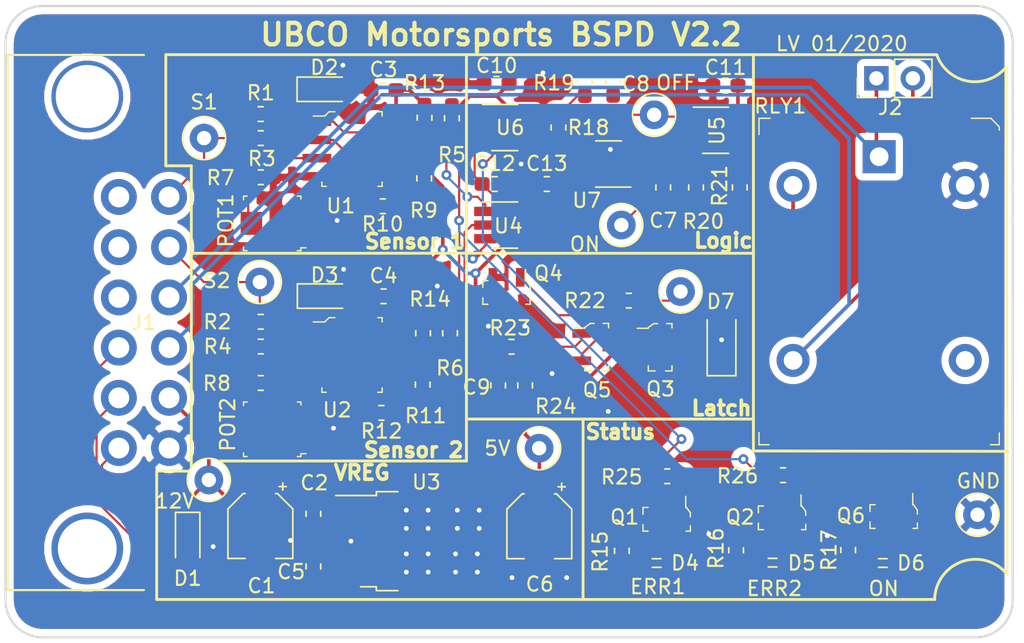
<source format=kicad_pcb>
(kicad_pcb (version 20171130) (host pcbnew "(5.1.4-0-10_14)")
  (layers (0 F.Cu signal) (31 B.Cu signal) (34 B.Paste user) (35 F.Paste user) (36 B.SilkS user) (37 F.SilkS user) (38 B.Mask user) (39 F.Mask user) (44 Edge.Cuts user))
  (net 0 "")
  (net 1 +12V)
  (net 2 GND)
  (net 3 +5V)
  (net 4 "Net-(C7-Pad1)")
  (net 5 "Net-(C8-Pad1)")
  (net 6 "Net-(C9-Pad2)")
  (net 7 "Net-(D2-Pad1)")
  (net 8 "Net-(D3-Pad1)")
  (net 9 "Net-(D4-Pad2)")
  (net 10 "Net-(D5-Pad2)")
  (net 11 RELAY)
  (net 12 "Net-(D6-Pad2)")
  (net 13 RELAY_O)
  (net 14 RELAY_I)
  (net 15 SENS2)
  (net 16 SENS1)
  (net 17 "Net-(POT1-Pad2)")
  (net 18 "Net-(POT2-Pad2)")
  (net 19 "Net-(Q1-Pad1)")
  (net 20 "Net-(Q2-Pad1)")
  (net 21 "Net-(Q4-Pad1)")
  (net 22 "Net-(Q5-Pad1)")
  (net 23 "Net-(R10-Pad2)")
  (net 24 "Net-(R11-Pad1)")
  (net 25 SENS1_ERR)
  (net 26 SENS2_ERR)
  (net 27 "Net-(R18-Pad1)")
  (net 28 "Net-(R21-Pad1)")
  (net 29 ERR1_OUT)
  (net 30 ERR2_OUT)
  (net 31 SENS1_DC)
  (net 32 SENS2_DC)
  (net 33 Relay_Supply)
  (net 34 ON_OUT)
  (net 35 "Net-(TP6-Pad1)")
  (net 36 "Net-(U4-Pad4)")
  (module Package_TO_SOT_SMD:TO-252-3_TabPin4 (layer F.Cu) (at 129.413 114.3)
    (fp_text reference U3 (at 1.016 -4.1148) (layer F.SilkS))
    (fp_text value NCV7805BDTRKG)
    (pad 4 smd rect (at 2.1 0) (size 6.4 5.8) (layers F.Cu F.Mask) (net 2 GND))
    (pad 3 smd rect (at -4.2 2.28) (size 2.2 1.2) (layers F.Cu F.Paste F.Mask) (net 3 +5V))
    (pad 1 smd rect (at -4.2 -2.28) (size 2.2 1.2) (layers F.Cu F.Paste F.Mask) (net 1 +12V))
  )
  (module Package_TO_SOT_SMD:SOT-23-5_HandSoldering (layer F.Cu) (at 143.129 88.011 180)
    (fp_text reference U7 (at 1.524 -2.54) (layer F.SilkS))
    (fp_text value "OR GATE")
    (pad 5 smd rect (at 1.35 -0.95 180) (size 1.56 0.65) (layers F.Cu F.Paste F.Mask) (net 3 +5V))
    (pad 4 smd rect (at 1.35 0.95 180) (size 1.56 0.65) (layers F.Cu F.Paste F.Mask) (net 35 "Net-(TP6-Pad1)"))
    (pad 3 smd rect (at -1.35 0.95 180) (size 1.56 0.65) (layers F.Cu F.Paste F.Mask) (net 2 GND))
    (pad 2 smd rect (at -1.35 0 180) (size 1.56 0.65) (layers F.Cu F.Paste F.Mask) (net 5 "Net-(C8-Pad1)"))
    (pad 1 smd rect (at -1.35 -0.95 180) (size 1.56 0.65) (layers F.Cu F.Paste F.Mask) (net 36 "Net-(U4-Pad4)"))
  )
  (module Capacitor_SMD:C_0603_1608Metric_Pad1.05x0.95mm_HandSolder (layer F.Cu) (at 138.825 89.408)
    (fp_text reference C13 (at 0 -1.43) (layer F.SilkS))
    (fp_text value 100n)
    (pad 2 smd roundrect (at 0.875 0) (size 1.05 0.95) (layers F.Cu F.Paste F.Mask) (net 3 +5V))
    (pad 1 smd roundrect (at -0.875 0) (size 1.05 0.95) (layers F.Cu F.Paste F.Mask) (net 2 GND))
  )
  (module Diode_SMD:D_SOD-123 (layer F.Cu) (at 151.003 100.5205 90)
    (fp_text reference D7 (at 2.921 -0.0635 180) (layer F.SilkS))
    (fp_text value Flyback)
    (pad 2 smd rect (at 1.65 0 90) (size 0.9 1.2) (layers F.Cu F.Paste F.Mask) (net 2 GND))
    (pad 1 smd rect (at -1.65 0 90) (size 0.9 1.2) (layers F.Cu F.Paste F.Mask) (net 33 Relay_Supply))
  )
  (module TestPoint:TestPoint_Loop_D2.50mm_Drill1.0mm_LowProfile (layer F.Cu) (at 148.1455 96.901)
    (fp_text reference TP8 hide)
    (fp_text value "Latch TP")
    (pad 1 thru_hole circle (at 0 0) (size 2 2) (drill 1) (layers *.Cu *.Mask) (net 11 RELAY))
  )
  (module Connector_PinHeader_2.54mm:PinHeader_1x02_P2.54mm_Vertical (layer F.Cu) (at 161.798 82.042 90)
    (fp_text reference J2 (at -2.032 0.9652 180) (layer F.SilkS))
    (fp_text value Override)
    (pad 2 thru_hole oval (at 0 2.54 90) (size 1.7 1.7) (drill 1) (layers *.Cu *.Mask) (net 13 RELAY_O))
    (pad 1 thru_hole rect (at 0 0 90) (size 1.7 1.7) (drill 1) (layers *.Cu *.Mask) (net 14 RELAY_I))
  )
  (module Diode_SMD:D_SOD-323_HandSoldering (layer F.Cu) (at 123.337 97.2185)
    (fp_text reference D3 (at 0 -1.4605) (layer F.SilkS))
    (fp_text value "ESD Diode")
    (pad 2 smd rect (at 1.25 0) (size 1 1) (layers F.Cu F.Paste F.Mask) (net 2 GND))
    (pad 1 smd rect (at -1.25 0) (size 1 1) (layers F.Cu F.Paste F.Mask) (net 8 "Net-(D3-Pad1)"))
  )
  (module Diode_SMD:D_SOD-323_HandSoldering (layer F.Cu) (at 123.317 82.804)
    (fp_text reference D2 (at 0 -1.524) (layer F.SilkS))
    (fp_text value "ESD Diode")
    (pad 2 smd rect (at 1.25 0) (size 1 1) (layers F.Cu F.Paste F.Mask) (net 2 GND))
    (pad 1 smd rect (at -1.25 0) (size 1 1) (layers F.Cu F.Paste F.Mask) (net 7 "Net-(D2-Pad1)"))
  )
  (module Diode_SMD:D_SOD-323_HandSoldering (layer F.Cu) (at 113.792 114.193 270)
    (fp_text reference D1 (at 2.6978 0 180) (layer F.SilkS))
    (fp_text value ESD)
    (pad 2 smd rect (at 1.25 0 270) (size 1 1) (layers F.Cu F.Paste F.Mask) (net 2 GND))
    (pad 1 smd rect (at -1.25 0 270) (size 1 1) (layers F.Cu F.Paste F.Mask) (net 1 +12V))
  )
  (module Package_TO_SOT_SMD:SOT-23-5_HandSoldering (layer F.Cu) (at 135.89 85.471)
    (fp_text reference U6 (at 0.381 0) (layer F.SilkS))
    (fp_text value "NOR GATE")
    (pad 1 smd rect (at -1.35 -0.95) (size 1.56 0.65) (layers F.Cu F.Paste F.Mask) (net 25 SENS1_ERR))
    (pad 2 smd rect (at -1.35 0) (size 1.56 0.65) (layers F.Cu F.Paste F.Mask) (net 26 SENS2_ERR))
    (pad 3 smd rect (at -1.35 0.95) (size 1.56 0.65) (layers F.Cu F.Paste F.Mask) (net 2 GND))
    (pad 4 smd rect (at 1.35 0.95) (size 1.56 0.65) (layers F.Cu F.Paste F.Mask) (net 27 "Net-(R18-Pad1)"))
    (pad 5 smd rect (at 1.35 -0.95) (size 1.56 0.65) (layers F.Cu F.Paste F.Mask) (net 3 +5V))
  )
  (module digikey-footprints:SOT-23-3 (layer F.Cu) (at 142.3035 100.7745)
    (fp_text reference Q5 (at 0.025 2.9845) (layer F.SilkS))
    (fp_text value PNP)
    (pad 1 smd rect (at -1.05 -0.95) (size 1.3 0.6) (layers F.Cu F.Paste F.Mask) (net 22 "Net-(Q5-Pad1)"))
    (pad 2 smd rect (at -1.05 0.95) (size 1.3 0.6) (layers F.Cu F.Paste F.Mask) (net 11 RELAY))
    (pad 3 smd rect (at 1.05 0) (size 1.3 0.6) (layers F.Cu F.Paste F.Mask) (net 3 +5V))
  )
  (module Package_TO_SOT_SMD:SOT-23-5_HandSoldering (layer F.Cu) (at 150.5839 85.6615)
    (fp_text reference U5 (at 0.1016 0.0254 270) (layer F.SilkS))
    (fp_text value AND)
    (pad 5 smd rect (at 1.35 -0.95) (size 1.56 0.65) (layers F.Cu F.Paste F.Mask) (net 3 +5V))
    (pad 4 smd rect (at 1.35 0.95) (size 1.56 0.65) (layers F.Cu F.Paste F.Mask) (net 28 "Net-(R21-Pad1)"))
    (pad 3 smd rect (at -1.35 0.95) (size 1.56 0.65) (layers F.Cu F.Paste F.Mask) (net 2 GND))
    (pad 2 smd rect (at -1.35 0) (size 1.56 0.65) (layers F.Cu F.Paste F.Mask) (net 4 "Net-(C7-Pad1)"))
    (pad 1 smd rect (at -1.35 -0.95) (size 1.56 0.65) (layers F.Cu F.Paste F.Mask) (net 35 "Net-(TP6-Pad1)"))
  )
  (module Package_TO_SOT_SMD:SOT-23-5_HandSoldering (layer F.Cu) (at 135.89 92.268)
    (fp_text reference U4 (at 0.254 0.0635) (layer F.SilkS))
    (fp_text value "NAND GATE")
    (pad 5 smd rect (at 1.35 -0.95) (size 1.56 0.65) (layers F.Cu F.Paste F.Mask) (net 3 +5V))
    (pad 4 smd rect (at 1.35 0.95) (size 1.56 0.65) (layers F.Cu F.Paste F.Mask) (net 36 "Net-(U4-Pad4)"))
    (pad 3 smd rect (at -1.35 0.95) (size 1.56 0.65) (layers F.Cu F.Paste F.Mask) (net 2 GND))
    (pad 2 smd rect (at -1.35 0) (size 1.56 0.65) (layers F.Cu F.Paste F.Mask) (net 32 SENS2_DC))
    (pad 1 smd rect (at -1.35 -0.95) (size 1.56 0.65) (layers F.Cu F.Paste F.Mask) (net 31 SENS1_DC))
  )
  (module TestPoint:TestPoint_Loop_D2.50mm_Drill1.0mm_LowProfile (layer F.Cu) (at 146.304 84.582)
    (fp_text reference TP6 hide)
    (fp_text value "Shutdown TP")
    (pad 1 thru_hole circle (at 0 0) (size 2 2) (drill 1) (layers *.Cu *.Mask) (net 35 "Net-(TP6-Pad1)"))
  )
  (module Resistor_SMD:R_0603_1608Metric_Pad1.05x0.95mm_HandSolder (layer F.Cu) (at 159.8295 114.921 270)
    (fp_text reference R17 (at 0.014 1.3335 270) (layer F.SilkS))
    (fp_text value 220)
    (pad 2 smd roundrect (at 0.875 0 270) (size 1.05 0.95) (layers F.Cu F.Paste F.Mask) (net 12 "Net-(D6-Pad2)"))
    (pad 1 smd roundrect (at -0.875 0 270) (size 1.05 0.95) (layers F.Cu F.Paste F.Mask) (net 2 GND))
  )
  (module Resistor_SMD:R_0603_1608Metric_Pad1.05x0.95mm_HandSolder (layer F.Cu) (at 132.08 99.808 90)
    (fp_text reference R6 (at -2.427 0 180) (layer F.SilkS))
    (fp_text value 10k)
    (pad 2 smd roundrect (at 0.875 0 90) (size 1.05 0.95) (layers F.Cu F.Paste F.Mask) (net 3 +5V))
    (pad 1 smd roundrect (at -0.875 0 90) (size 1.05 0.95) (layers F.Cu F.Paste F.Mask) (net 32 SENS2_DC))
  )
  (module Resistor_SMD:R_0603_1608Metric_Pad1.05x0.95mm_HandSolder (layer F.Cu) (at 132.207 84.822 90)
    (fp_text reference R5 (at -2.554 0 180) (layer F.SilkS))
    (fp_text value 10k)
    (pad 2 smd roundrect (at 0.875 0 90) (size 1.05 0.95) (layers F.Cu F.Paste F.Mask) (net 3 +5V))
    (pad 1 smd roundrect (at -0.875 0 90) (size 1.05 0.95) (layers F.Cu F.Paste F.Mask) (net 31 SENS1_DC))
  )
  (module digikey-footprints:SOT-23-3 (layer F.Cu) (at 163.0045 112.5855 270)
    (fp_text reference Q6 (at -0.0635 2.9845 180) (layer F.SilkS))
    (fp_text value BSS84)
    (pad 1 smd rect (at -1.05 -0.95 270) (size 1.3 0.6) (layers F.Cu F.Paste F.Mask) (net 11 RELAY))
    (pad 2 smd rect (at -1.05 0.95 270) (size 1.3 0.6) (layers F.Cu F.Paste F.Mask) (net 3 +5V))
    (pad 3 smd rect (at 1.05 0 270) (size 1.3 0.6) (layers F.Cu F.Paste F.Mask) (net 34 ON_OUT))
  )
  (module Capacitor_SMD:C_0603_1608Metric_Pad1.05x0.95mm_HandSolder (layer F.Cu) (at 135.1915 89.408)
    (fp_text reference C12 (at 0 -1.43) (layer F.SilkS))
    (fp_text value 100n)
    (pad 2 smd roundrect (at 0.875 0) (size 1.05 0.95) (layers F.Cu F.Paste F.Mask) (net 3 +5V))
    (pad 1 smd roundrect (at -0.875 0) (size 1.05 0.95) (layers F.Cu F.Paste F.Mask) (net 2 GND))
  )
  (module Capacitor_SMD:CP_Elec_4x5.4 (layer F.Cu) (at 118.8593 113.2459 270)
    (fp_text reference C1 (at 4.1656 -0.0762) (layer F.SilkS))
    (fp_text value 10u)
    (pad 2 smd roundrect (at 1.8 0 270) (size 2.6 1.6) (layers F.Cu F.Paste F.Mask) (roundrect_rratio 0.15625) (net 2 GND))
    (pad 1 smd roundrect (at -1.8 0 270) (size 2.6 1.6) (layers F.Cu F.Paste F.Mask) (roundrect_rratio 0.15625) (net 1 +12V))
  )
  (module Capacitor_SMD:CP_Elec_4x5.4 (layer F.Cu) (at 138.303 113.262 270)
    (fp_text reference C6 (at 4.0352 -0.0254) (layer F.SilkS))
    (fp_text value 10u)
    (pad 1 smd roundrect (at -1.8 0 270) (size 2.6 1.6) (layers F.Cu F.Paste F.Mask) (roundrect_rratio 0.15625) (net 3 +5V))
    (pad 2 smd roundrect (at 1.8 0 270) (size 2.6 1.6) (layers F.Cu F.Paste F.Mask) (roundrect_rratio 0.15625) (net 2 GND))
  )
  (module Capacitor_SMD:C_0603_1608Metric_Pad1.05x0.95mm_HandSolder (layer F.Cu) (at 122.555 112.395 90)
    (fp_text reference C2 (at 2.159 0.0635 180) (layer F.SilkS))
    (fp_text value 10n)
    (pad 1 smd roundrect (at -0.875 0 90) (size 1.05 0.95) (layers F.Cu F.Paste F.Mask) (net 2 GND))
    (pad 2 smd roundrect (at 0.875 0 90) (size 1.05 0.95) (layers F.Cu F.Paste F.Mask) (net 1 +12V))
  )
  (module Capacitor_SMD:C_0603_1608Metric_Pad1.05x0.95mm_HandSolder (layer F.Cu) (at 127.4432 82.8548)
    (fp_text reference C3 (at 0 -1.43) (layer F.SilkS))
    (fp_text value 100n)
    (pad 1 smd roundrect (at -0.875 0) (size 1.05 0.95) (layers F.Cu F.Paste F.Mask) (net 2 GND))
    (pad 2 smd roundrect (at 0.875 0) (size 1.05 0.95) (layers F.Cu F.Paste F.Mask) (net 3 +5V))
  )
  (module Capacitor_SMD:C_0603_1608Metric_Pad1.05x0.95mm_HandSolder (layer F.Cu) (at 127.4432 97.2312)
    (fp_text reference C4 (at 0 -1.43) (layer F.SilkS))
    (fp_text value 100n)
    (pad 2 smd roundrect (at 0.875 0) (size 1.05 0.95) (layers F.Cu F.Paste F.Mask) (net 3 +5V))
    (pad 1 smd roundrect (at -0.875 0) (size 1.05 0.95) (layers F.Cu F.Paste F.Mask) (net 2 GND))
  )
  (module Capacitor_SMD:C_0603_1608Metric_Pad1.05x0.95mm_HandSolder (layer F.Cu) (at 122.555 116.064 270)
    (fp_text reference C5 (at 0.3696 1.5494) (layer F.SilkS))
    (fp_text value 10n)
    (pad 2 smd roundrect (at 0.875 0 270) (size 1.05 0.95) (layers F.Cu F.Paste F.Mask) (net 3 +5V))
    (pad 1 smd roundrect (at -0.875 0 270) (size 1.05 0.95) (layers F.Cu F.Paste F.Mask) (net 2 GND))
  )
  (module Capacitor_SMD:C_0603_1608Metric_Pad1.05x0.95mm_HandSolder (layer F.Cu) (at 146.939 89.648 90)
    (fp_text reference C7 (at -2.3 0) (layer F.SilkS))
    (fp_text value 10u)
    (pad 2 smd roundrect (at 0.875 0 90) (size 1.05 0.95) (layers F.Cu F.Paste F.Mask) (net 2 GND))
    (pad 1 smd roundrect (at -0.875 0 90) (size 1.05 0.95) (layers F.Cu F.Paste F.Mask) (net 4 "Net-(C7-Pad1)"))
  )
  (module Capacitor_SMD:C_0603_1608Metric_Pad1.05x0.95mm_HandSolder (layer F.Cu) (at 143.4465 82.3455 90)
    (fp_text reference C8 (at -0.0775 1.5875) (layer F.SilkS))
    (fp_text value 22u)
    (pad 2 smd roundrect (at 0.875 0 90) (size 1.05 0.95) (layers F.Cu F.Paste F.Mask) (net 2 GND))
    (pad 1 smd roundrect (at -0.875 0 90) (size 1.05 0.95) (layers F.Cu F.Paste F.Mask) (net 5 "Net-(C8-Pad1)"))
  )
  (module Capacitor_SMD:C_0603_1608Metric_Pad1.05x0.95mm_HandSolder (layer F.Cu) (at 135.4328 103.4415 90)
    (fp_text reference C9 (at -0.127 -1.5113 -180) (layer F.SilkS))
    (fp_text value 1u)
    (pad 1 smd roundrect (at -0.875 0 90) (size 1.05 0.95) (layers F.Cu F.Paste F.Mask) (net 3 +5V))
    (pad 2 smd roundrect (at 0.875 0 90) (size 1.05 0.95) (layers F.Cu F.Paste F.Mask) (net 6 "Net-(C9-Pad2)"))
  )
  (module Capacitor_SMD:C_0603_1608Metric_Pad1.05x0.95mm_HandSolder (layer F.Cu) (at 135.3185 82.423)
    (fp_text reference C10 (at 0.0114 -1.27) (layer F.SilkS))
    (fp_text value 100n)
    (pad 1 smd roundrect (at -0.875 0) (size 1.05 0.95) (layers F.Cu F.Paste F.Mask) (net 2 GND))
    (pad 2 smd roundrect (at 0.875 0) (size 1.05 0.95) (layers F.Cu F.Paste F.Mask) (net 3 +5V))
  )
  (module Capacitor_SMD:C_0603_1608Metric_Pad1.05x0.95mm_HandSolder (layer F.Cu) (at 151.271 82.55)
    (fp_text reference C11 (at 0.0114 -1.27) (layer F.SilkS))
    (fp_text value 100n)
    (pad 2 smd roundrect (at 0.875 0) (size 1.05 0.95) (layers F.Cu F.Paste F.Mask) (net 3 +5V))
    (pad 1 smd roundrect (at -0.875 0) (size 1.05 0.95) (layers F.Cu F.Paste F.Mask) (net 2 GND))
  )
  (module digikey-footprints:0603 (layer F.Cu) (at 146.4803 115.824 180)
    (fp_text reference D4 (at -1.9827 0 180) (layer F.SilkS))
    (fp_text value "LED_ERR1 (RED)")
    (pad 2 smd rect (at 0.7 0 180) (size 0.6 0.8) (layers F.Cu F.Paste F.Mask) (net 9 "Net-(D4-Pad2)"))
    (pad 1 smd rect (at -0.7 0 180) (size 0.6 0.8) (layers F.Cu F.Paste F.Mask) (net 29 ERR1_OUT))
  )
  (module digikey-footprints:0603 (layer F.Cu) (at 154.559 115.7986 180)
    (fp_text reference D5 (at -2.032 -0.0254 180) (layer F.SilkS))
    (fp_text value "LED_ERR2 (RED)")
    (pad 1 smd rect (at -0.7 0 180) (size 0.6 0.8) (layers F.Cu F.Paste F.Mask) (net 30 ERR2_OUT))
    (pad 2 smd rect (at 0.7 0 180) (size 0.6 0.8) (layers F.Cu F.Paste F.Mask) (net 10 "Net-(D5-Pad2)"))
  )
  (module digikey-footprints:0603 (layer F.Cu) (at 162.244 115.824 180)
    (fp_text reference D6 (at -1.967 0 180) (layer F.SilkS))
    (fp_text value "LED_RELAYON (GREEN)")
    (pad 1 smd rect (at -0.7 0 180) (size 0.6 0.8) (layers F.Cu F.Paste F.Mask) (net 34 ON_OUT))
    (pad 2 smd rect (at 0.7 0 180) (size 0.6 0.8) (layers F.Cu F.Paste F.Mask) (net 12 "Net-(D6-Pad2)"))
  )
  (module Connector_Molex:MX120G (layer F.Cu) (at 110.744 99.06 90)
    (fp_text reference J1 (at 0 0 180) (layer F.SilkS))
    (fp_text value MX120G)
    (pad 10 thru_hole circle (at -1.75 -1.75 90) (size 2.5 2.5) (drill 1.45) (layers *.Cu *.Mask) (net 34 ON_OUT))
    (pad 11 thru_hole circle (at -5.25 -1.75 90) (size 2.5 2.5) (drill 1.45) (layers *.Cu *.Mask) (net 30 ERR2_OUT))
    (pad 12 thru_hole circle (at -8.75 -1.75 90) (size 2.5 2.5) (drill 1.45) (layers *.Cu *.Mask) (net 29 ERR1_OUT))
    (pad 6 thru_hole circle (at -8.75 1.75 90) (size 2.5 2.5) (drill 1.45) (layers *.Cu *.Mask) (net 2 GND))
    (pad 5 thru_hole circle (at -5.25 1.75 90) (size 2.5 2.5) (drill 1.45) (layers *.Cu *.Mask) (net 1 +12V))
    (pad 4 thru_hole circle (at -1.75 1.75 90) (size 2.5 2.5) (drill 1.45) (layers *.Cu *.Mask) (net 13 RELAY_O))
    (pad 7 thru_hole circle (at 8.75 -1.75 90) (size 2.5 2.5) (drill 1.45) (layers *.Cu *.Mask))
    (pad 8 thru_hole circle (at 5.25 -1.75 90) (size 2.5 2.5) (drill 1.45) (layers *.Cu *.Mask))
    (pad 9 thru_hole circle (at 1.75 -1.75 90) (size 2.5 2.5) (drill 1.45) (layers *.Cu *.Mask))
    (pad 3 thru_hole circle (at 1.75 1.75 90) (size 2.5 2.5) (drill 1.45) (layers *.Cu *.Mask) (net 14 RELAY_I))
    (pad 2 thru_hole circle (at 5.25 1.75 90) (size 2.5 2.5) (drill 1.45) (layers *.Cu *.Mask) (net 15 SENS2))
    (pad 1 thru_hole circle (at 8.75 1.75 90) (size 2.5 2.5) (drill 1.45) (layers *.Cu *.Mask) (net 16 SENS1))
    (pad 13 thru_hole circle (at -15.75 -3.95 90) (size 5 5) (drill 4.099999) (layers *.Cu *.Mask))
    (pad 13 thru_hole circle (at 15.75 -3.95 90) (size 5 5) (drill 4.399999) (layers *.Cu *.Mask))
  )
  (module digikey-footprints:Trimpot_3.8mmx3.6mm_TC33X-2-103E (layer F.Cu) (at 119.6848 92.1512 90)
    (fp_text reference POT1 (at 0.2032 -3.2258 270) (layer F.SilkS))
    (fp_text value 20k)
    (pad 2 smd rect (at 0 -1.45 90) (size 1.6 1.5) (layers F.Cu F.Paste F.Mask) (net 17 "Net-(POT1-Pad2)"))
    (pad 1 smd rect (at -1 1.8 90) (size 1.2 1.2) (layers F.Cu F.Paste F.Mask) (net 3 +5V))
    (pad 3 smd rect (at 1 1.8 90) (size 1.2 1.2) (layers F.Cu F.Paste F.Mask) (net 2 GND))
  )
  (module digikey-footprints:Trimpot_3.8mmx3.6mm_TC33X-2-103E (layer F.Cu) (at 119.6848 106.5022 90)
    (fp_text reference POT2 (at 0.3302 -3.0988 270) (layer F.SilkS))
    (fp_text value 20k)
    (pad 3 smd rect (at 1 1.8 90) (size 1.2 1.2) (layers F.Cu F.Paste F.Mask) (net 2 GND))
    (pad 1 smd rect (at -1 1.8 90) (size 1.2 1.2) (layers F.Cu F.Paste F.Mask) (net 3 +5V))
    (pad 2 smd rect (at 0 -1.45 90) (size 1.6 1.5) (layers F.Cu F.Paste F.Mask) (net 18 "Net-(POT2-Pad2)"))
  )
  (module digikey-footprints:SOT-23-3 (layer F.Cu) (at 147.1803 112.776 270)
    (fp_text reference Q1 (at -0.1524 2.9337) (layer F.SilkS))
    (fp_text value BSS84)
    (pad 3 smd rect (at 1.05 0 270) (size 1.3 0.6) (layers F.Cu F.Paste F.Mask) (net 29 ERR1_OUT))
    (pad 2 smd rect (at -1.05 0.95 270) (size 1.3 0.6) (layers F.Cu F.Paste F.Mask) (net 3 +5V))
    (pad 1 smd rect (at -1.05 -0.95 270) (size 1.3 0.6) (layers F.Cu F.Paste F.Mask) (net 19 "Net-(Q1-Pad1)"))
  )
  (module digikey-footprints:SOT-23-3 (layer F.Cu) (at 155.2194 112.6744 270)
    (fp_text reference Q2 (at -0.0508 2.921) (layer F.SilkS))
    (fp_text value BSS84)
    (pad 1 smd rect (at -1.05 -0.95 270) (size 1.3 0.6) (layers F.Cu F.Paste F.Mask) (net 20 "Net-(Q2-Pad1)"))
    (pad 2 smd rect (at -1.05 0.95 270) (size 1.3 0.6) (layers F.Cu F.Paste F.Mask) (net 3 +5V))
    (pad 3 smd rect (at 1.05 0 270) (size 1.3 0.6) (layers F.Cu F.Paste F.Mask) (net 30 ERR2_OUT))
  )
  (module digikey-footprints:SOT-23-3 (layer F.Cu) (at 146.7231 100.7872)
    (fp_text reference Q3 (at 0.025 2.9083) (layer F.SilkS))
    (fp_text value BSS84)
    (pad 1 smd rect (at -1.05 -0.95) (size 1.3 0.6) (layers F.Cu F.Paste F.Mask) (net 11 RELAY))
    (pad 2 smd rect (at -1.05 0.95) (size 1.3 0.6) (layers F.Cu F.Paste F.Mask) (net 3 +5V))
    (pad 3 smd rect (at 1.05 0) (size 1.3 0.6) (layers F.Cu F.Paste F.Mask) (net 33 Relay_Supply))
  )
  (module digikey-footprints:SOT-23-3 (layer F.Cu) (at 136.017 96.9645 270)
    (fp_text reference Q4 (at -1.3335 -2.921) (layer F.SilkS))
    (fp_text value NPN)
    (pad 3 smd rect (at 1.05 0 270) (size 1.3 0.6) (layers F.Cu F.Paste F.Mask) (net 6 "Net-(C9-Pad2)"))
    (pad 2 smd rect (at -1.05 0.95 270) (size 1.3 0.6) (layers F.Cu F.Paste F.Mask) (net 2 GND))
    (pad 1 smd rect (at -1.05 -0.95 270) (size 1.3 0.6) (layers F.Cu F.Paste F.Mask) (net 21 "Net-(Q4-Pad1)"))
  )
  (module Resistor_SMD:R_0603_1608Metric_Pad1.05x0.95mm_HandSolder (layer F.Cu) (at 118.886 84.5312 180)
    (fp_text reference R1 (at 0.0013 1.4732 180) (layer F.SilkS))
    (fp_text value 100k)
    (pad 1 smd roundrect (at -0.875 0 180) (size 1.05 0.95) (layers F.Cu F.Paste F.Mask) (net 2 GND))
    (pad 2 smd roundrect (at 0.875 0 180) (size 1.05 0.95) (layers F.Cu F.Paste F.Mask) (net 16 SENS1))
  )
  (module Resistor_SMD:R_0603_1608Metric_Pad1.05x0.95mm_HandSolder (layer F.Cu) (at 118.886 99.0092 180)
    (fp_text reference R2 (at 3.02136 -0.00508 180) (layer F.SilkS))
    (fp_text value 100k)
    (pad 2 smd roundrect (at 0.875 0 180) (size 1.05 0.95) (layers F.Cu F.Paste F.Mask) (net 15 SENS2))
    (pad 1 smd roundrect (at -0.875 0 180) (size 1.05 0.95) (layers F.Cu F.Paste F.Mask) (net 2 GND))
  )
  (module Resistor_SMD:R_0603_1608Metric_Pad1.05x0.95mm_HandSolder (layer F.Cu) (at 118.886 86.2076 180)
    (fp_text reference R3 (at -0.0749 -1.4351 180) (layer F.SilkS))
    (fp_text value 10k)
    (pad 2 smd roundrect (at 0.875 0 180) (size 1.05 0.95) (layers F.Cu F.Paste F.Mask) (net 16 SENS1))
    (pad 1 smd roundrect (at -0.875 0 180) (size 1.05 0.95) (layers F.Cu F.Paste F.Mask) (net 7 "Net-(D2-Pad1)"))
  )
  (module Resistor_SMD:R_0603_1608Metric_Pad1.05x0.95mm_HandSolder (layer F.Cu) (at 118.886 100.7364 180)
    (fp_text reference R4 (at 3.0112 0 180) (layer F.SilkS))
    (fp_text value 10k)
    (pad 1 smd roundrect (at -0.875 0 180) (size 1.05 0.95) (layers F.Cu F.Paste F.Mask) (net 8 "Net-(D3-Pad1)"))
    (pad 2 smd roundrect (at 0.875 0 180) (size 1.05 0.95) (layers F.Cu F.Paste F.Mask) (net 15 SENS2))
  )
  (module Resistor_SMD:R_0603_1608Metric_Pad1.05x0.95mm_HandSolder (layer F.Cu) (at 118.886 88.9381 180)
    (fp_text reference R7 (at 2.808 -0.0381 180) (layer F.SilkS))
    (fp_text value 10k)
    (pad 1 smd roundrect (at -0.875 0 180) (size 1.05 0.95) (layers F.Cu F.Paste F.Mask) (net 2 GND))
    (pad 2 smd roundrect (at 0.875 0 180) (size 1.05 0.95) (layers F.Cu F.Paste F.Mask) (net 17 "Net-(POT1-Pad2)"))
  )
  (module Resistor_SMD:R_0603_1608Metric_Pad1.05x0.95mm_HandSolder (layer F.Cu) (at 118.886 103.2764 180)
    (fp_text reference R8 (at 3.062 -0.0254 180) (layer F.SilkS))
    (fp_text value 10k)
    (pad 1 smd roundrect (at -0.875 0 180) (size 1.05 0.95) (layers F.Cu F.Paste F.Mask) (net 2 GND))
    (pad 2 smd roundrect (at 0.875 0 180) (size 1.05 0.95) (layers F.Cu F.Paste F.Mask) (net 18 "Net-(POT2-Pad2)"))
  )
  (module Resistor_SMD:R_0603_1608Metric_Pad1.05x0.95mm_HandSolder (layer F.Cu) (at 130.2766 89.013 90)
    (fp_text reference R9 (at -2.2352 -0.0254) (layer F.SilkS))
    (fp_text value 100k)
    (pad 1 smd roundrect (at -0.875 0 90) (size 1.05 0.95) (layers F.Cu F.Paste F.Mask) (net 23 "Net-(R10-Pad2)"))
    (pad 2 smd roundrect (at 0.875 0 90) (size 1.05 0.95) (layers F.Cu F.Paste F.Mask) (net 3 +5V))
  )
  (module Resistor_SMD:R_0603_1608Metric_Pad1.05x0.95mm_HandSolder (layer F.Cu) (at 127.395 90.9574)
    (fp_text reference R10 (at -0.014 1.2446) (layer F.SilkS))
    (fp_text value 10k)
    (pad 2 smd roundrect (at 0.875 0) (size 1.05 0.95) (layers F.Cu F.Paste F.Mask) (net 23 "Net-(R10-Pad2)"))
    (pad 1 smd roundrect (at -0.875 0) (size 1.05 0.95) (layers F.Cu F.Paste F.Mask) (net 2 GND))
  )
  (module Resistor_SMD:R_0603_1608Metric_Pad1.05x0.95mm_HandSolder (layer F.Cu) (at 130.175 103.3894 90)
    (fp_text reference R11 (at -2.173 0.2032) (layer F.SilkS))
    (fp_text value 100k)
    (pad 1 smd roundrect (at -0.875 0 90) (size 1.05 0.95) (layers F.Cu F.Paste F.Mask) (net 24 "Net-(R11-Pad1)"))
    (pad 2 smd roundrect (at 0.875 0 90) (size 1.05 0.95) (layers F.Cu F.Paste F.Mask) (net 3 +5V))
  )
  (module Resistor_SMD:R_0603_1608Metric_Pad1.05x0.95mm_HandSolder (layer F.Cu) (at 127.2934 105.3592)
    (fp_text reference R12 (at 0.0114 1.27) (layer F.SilkS))
    (fp_text value 10k)
    (pad 2 smd roundrect (at 0.875 0) (size 1.05 0.95) (layers F.Cu F.Paste F.Mask) (net 24 "Net-(R11-Pad1)"))
    (pad 1 smd roundrect (at -0.875 0) (size 1.05 0.95) (layers F.Cu F.Paste F.Mask) (net 2 GND))
  )
  (module Resistor_SMD:R_0603_1608Metric_Pad1.05x0.95mm_HandSolder (layer F.Cu) (at 130.302 84.7865 90)
    (fp_text reference R13 (at 2.427 0 180) (layer F.SilkS))
    (fp_text value 10k)
    (pad 2 smd roundrect (at 0.875 0 90) (size 1.05 0.95) (layers F.Cu F.Paste F.Mask) (net 3 +5V))
    (pad 1 smd roundrect (at -0.875 0 90) (size 1.05 0.95) (layers F.Cu F.Paste F.Mask) (net 25 SENS1_ERR))
  )
  (module Resistor_SMD:R_0603_1608Metric_Pad1.05x0.95mm_HandSolder (layer F.Cu) (at 130.2004 99.8106 90)
    (fp_text reference R14 (at 2.3762 0.4826 180) (layer F.SilkS))
    (fp_text value 10k)
    (pad 2 smd roundrect (at 0.875 0 90) (size 1.05 0.95) (layers F.Cu F.Paste F.Mask) (net 3 +5V))
    (pad 1 smd roundrect (at -0.875 0 90) (size 1.05 0.95) (layers F.Cu F.Paste F.Mask) (net 26 SENS2_ERR))
  )
  (module Resistor_SMD:R_0603_1608Metric_Pad1.05x0.95mm_HandSolder (layer F.Cu) (at 144.0561 114.9744 270)
    (fp_text reference R15 (at 0.0622 1.5113 90) (layer F.SilkS))
    (fp_text value 220)
    (pad 1 smd roundrect (at -0.875 0 270) (size 1.05 0.95) (layers F.Cu F.Paste F.Mask) (net 2 GND))
    (pad 2 smd roundrect (at 0.875 0 270) (size 1.05 0.95) (layers F.Cu F.Paste F.Mask) (net 9 "Net-(D4-Pad2)"))
  )
  (module Resistor_SMD:R_0603_1608Metric_Pad1.05x0.95mm_HandSolder (layer F.Cu) (at 152.019 114.935 270)
    (fp_text reference R16 (at -0.127 1.397 90) (layer F.SilkS))
    (fp_text value 220)
    (pad 1 smd roundrect (at -0.875 0 270) (size 1.05 0.95) (layers F.Cu F.Paste F.Mask) (net 2 GND))
    (pad 2 smd roundrect (at 0.875 0 270) (size 1.05 0.95) (layers F.Cu F.Paste F.Mask) (net 10 "Net-(D5-Pad2)"))
  )
  (module Resistor_SMD:R_0603_1608Metric_Pad1.05x0.95mm_HandSolder (layer F.Cu) (at 139.6365 85.471 90)
    (fp_text reference R18 (at 0 2.0955 180) (layer F.SilkS))
    (fp_text value 30k)
    (pad 2 smd roundrect (at 0.875 0 90) (size 1.05 0.95) (layers F.Cu F.Paste F.Mask) (net 5 "Net-(C8-Pad1)"))
    (pad 1 smd roundrect (at -0.875 0 90) (size 1.05 0.95) (layers F.Cu F.Paste F.Mask) (net 27 "Net-(R18-Pad1)"))
  )
  (module Resistor_SMD:R_0603_1608Metric_Pad1.05x0.95mm_HandSolder (layer F.Cu) (at 141.478 82.3595 90)
    (fp_text reference R19 (at 0 -2.159) (layer F.SilkS))
    (fp_text value 100k)
    (pad 2 smd roundrect (at 0.875 0 90) (size 1.05 0.95) (layers F.Cu F.Paste F.Mask) (net 2 GND))
    (pad 1 smd roundrect (at -0.875 0 90) (size 1.05 0.95) (layers F.Cu F.Paste F.Mask) (net 5 "Net-(C8-Pad1)"))
  )
  (module Resistor_SMD:R_0603_1608Metric_Pad1.05x0.95mm_HandSolder (layer F.Cu) (at 149.225 89.648 270)
    (fp_text reference R20 (at 2.3635 -0.508) (layer F.SilkS))
    (fp_text value 80k)
    (pad 1 smd roundrect (at -0.875 0 270) (size 1.05 0.95) (layers F.Cu F.Paste F.Mask) (net 3 +5V))
    (pad 2 smd roundrect (at 0.875 0 270) (size 1.05 0.95) (layers F.Cu F.Paste F.Mask) (net 4 "Net-(C7-Pad1)"))
  )
  (module Resistor_SMD:R_0603_1608Metric_Pad1.05x0.95mm_HandSolder (layer F.Cu) (at 152.273 89.648 270)
    (fp_text reference R21 (at -0.113 1.397 270) (layer F.SilkS))
    (fp_text value 10k)
    (pad 2 smd roundrect (at 0.875 0 270) (size 1.05 0.95) (layers F.Cu F.Paste F.Mask) (net 21 "Net-(Q4-Pad1)"))
    (pad 1 smd roundrect (at -0.875 0 270) (size 1.05 0.95) (layers F.Cu F.Paste F.Mask) (net 28 "Net-(R21-Pad1)"))
  )
  (module Resistor_SMD:R_0603_1608Metric_Pad1.05x0.95mm_HandSolder (layer F.Cu) (at 144.54 97.536)
    (fp_text reference R22 (at -3.062 0) (layer F.SilkS))
    (fp_text value 20k)
    (pad 1 smd roundrect (at -0.875 0) (size 1.05 0.95) (layers F.Cu F.Paste F.Mask) (net 21 "Net-(Q4-Pad1)"))
    (pad 2 smd roundrect (at 0.875 0) (size 1.05 0.95) (layers F.Cu F.Paste F.Mask) (net 11 RELAY))
  )
  (module Resistor_SMD:R_0603_1608Metric_Pad1.05x0.95mm_HandSolder (layer F.Cu) (at 136.3612 100.7491 180)
    (fp_text reference R23 (at 0.0902 1.3081) (layer F.SilkS))
    (fp_text value 10k)
    (pad 2 smd roundrect (at 0.875 0 180) (size 1.05 0.95) (layers F.Cu F.Paste F.Mask) (net 6 "Net-(C9-Pad2)"))
    (pad 1 smd roundrect (at -0.875 0 180) (size 1.05 0.95) (layers F.Cu F.Paste F.Mask) (net 22 "Net-(Q5-Pad1)"))
  )
  (module Resistor_SMD:R_0603_1608Metric_Pad1.05x0.95mm_HandSolder (layer F.Cu) (at 137.3124 103.4415 90)
    (fp_text reference R24 (at -1.4605 2.1336 180) (layer F.SilkS))
    (fp_text value 10k)
    (pad 2 smd roundrect (at 0.875 0 90) (size 1.05 0.95) (layers F.Cu F.Paste F.Mask) (net 22 "Net-(Q5-Pad1)"))
    (pad 1 smd roundrect (at -0.875 0 90) (size 1.05 0.95) (layers F.Cu F.Paste F.Mask) (net 3 +5V))
  )
  (module Resistor_SMD:R_0603_1608Metric_Pad1.05x0.95mm_HandSolder (layer F.Cu) (at 147.2197 109.7788 180)
    (fp_text reference R25 (at 3.1763 -0.0508 180) (layer F.SilkS))
    (fp_text value 1k)
    (pad 1 smd roundrect (at -0.875 0 180) (size 1.05 0.95) (layers F.Cu F.Paste F.Mask) (net 19 "Net-(Q1-Pad1)"))
    (pad 2 smd roundrect (at 0.875 0 180) (size 1.05 0.95) (layers F.Cu F.Paste F.Mask) (net 25 SENS1_ERR))
  )
  (module Resistor_SMD:R_0603_1608Metric_Pad1.05x0.95mm_HandSolder (layer F.Cu) (at 155.2956 109.7026 180)
    (fp_text reference R26 (at 3.175 -0.0508 180) (layer F.SilkS))
    (fp_text value 1k)
    (pad 2 smd roundrect (at 0.875 0 180) (size 1.05 0.95) (layers F.Cu F.Paste F.Mask) (net 26 SENS2_ERR))
    (pad 1 smd roundrect (at -0.875 0 180) (size 1.05 0.95) (layers F.Cu F.Paste F.Mask) (net 20 "Net-(Q2-Pad1)"))
  )
  (module digikey-footprints:Relay_JSM1-12V-5 (layer F.Cu) (at 161.9885 87.503 270)
    (fp_text reference RLY1 (at -3.5306 6.8961 180) (layer F.SilkS))
    (fp_text value JSM1-12V-5)
    (pad 1 thru_hole rect (at 0 0 270) (size 2.3 2.3) (drill 1.3) (layers *.Cu *.Mask) (net 14 RELAY_I))
    (pad 2 thru_hole circle (at 2 6 270) (size 2.3 2.3) (drill 1.3) (layers *.Cu *.Mask) (net 33 Relay_Supply))
    (pad 5 thru_hole circle (at 2 -6 270) (size 2.3 2.3) (drill 1.3) (layers *.Cu *.Mask) (net 2 GND))
    (pad 3 thru_hole circle (at 14.2 6 270) (size 2.3 2.3) (drill 1.3) (layers *.Cu *.Mask) (net 13 RELAY_O))
    (pad 4 thru_hole circle (at 14.2 -6 270) (size 2.3 2.3) (drill 1.3) (layers *.Cu *.Mask))
  )
  (module TestPoint:TestPoint_Loop_D2.50mm_Drill1.0mm_LowProfile (layer F.Cu) (at 114.935 86.2076 180)
    (fp_text reference TP1 hide)
    (fp_text value "SENS1 TP")
    (pad 1 thru_hole circle (at 0 0 180) (size 2 2) (drill 1) (layers *.Cu *.Mask) (net 16 SENS1))
  )
  (module TestPoint:TestPoint_Loop_D2.50mm_Drill1.0mm_LowProfile (layer F.Cu) (at 118.8212 96.2406)
    (fp_text reference TP2 hide)
    (fp_text value "SENS2 TP")
    (pad 1 thru_hole circle (at 0 0) (size 2 2) (drill 1) (layers *.Cu *.Mask) (net 15 SENS2))
  )
  (module TestPoint:TestPoint_Loop_D2.50mm_Drill1.0mm_LowProfile (layer F.Cu) (at 168.8465 112.4585)
    (fp_text reference TP3 hide)
    (fp_text value "GND TP")
    (pad 1 thru_hole circle (at 0 0) (size 2 2) (drill 1) (layers *.Cu *.Mask) (net 2 GND))
  )
  (module TestPoint:TestPoint_Loop_D2.50mm_Drill1.0mm_LowProfile (layer F.Cu) (at 138.2903 107.823)
    (fp_text reference TP4 hide)
    (fp_text value "5V TP")
    (pad 1 thru_hole circle (at 0 0) (size 2 2) (drill 1) (layers *.Cu *.Mask) (net 3 +5V))
  )
  (module TestPoint:TestPoint_Loop_D2.50mm_Drill1.0mm_LowProfile (layer F.Cu) (at 115.2652 110.0328)
    (fp_text reference TP5 hide)
    (fp_text value "12V TP")
    (pad 1 thru_hole circle (at 0 0) (size 2 2) (drill 1) (layers *.Cu *.Mask) (net 1 +12V))
  )
  (module TestPoint:TestPoint_Loop_D2.50mm_Drill1.0mm_LowProfile (layer F.Cu) (at 144.018 92.2655)
    (fp_text reference TP7 hide)
    (fp_text value "Power-On TP")
    (pad 1 thru_hole circle (at 0 0) (size 2 2) (drill 1) (layers *.Cu *.Mask) (net 4 "Net-(C7-Pad1)"))
  )
  (module digikey-footprints:SOIC-8_W3.9mm (layer F.Cu) (at 125.2474 86.9696 270)
    (fp_text reference U1 (at 3.9624 0.7874) (layer F.SilkS))
    (fp_text value LM393ADR)
    (pad 1 smd rect (at -1.905 2.45 270) (size 0.6 2) (layers F.Cu F.Paste F.Mask) (net 25 SENS1_ERR))
    (pad 2 smd rect (at -0.635 2.45 270) (size 0.6 2) (layers F.Cu F.Paste F.Mask) (net 7 "Net-(D2-Pad1)"))
    (pad 4 smd rect (at 1.905 2.45 270) (size 0.6 2) (layers F.Cu F.Paste F.Mask) (net 2 GND))
    (pad 5 smd rect (at 1.905 -2.45 270) (size 0.6 2) (layers F.Cu F.Paste F.Mask) (net 7 "Net-(D2-Pad1)"))
    (pad 6 smd rect (at 0.635 -2.45 270) (size 0.6 2) (layers F.Cu F.Paste F.Mask) (net 23 "Net-(R10-Pad2)"))
    (pad 7 smd rect (at -0.635 -2.45 270) (size 0.6 2) (layers F.Cu F.Paste F.Mask) (net 31 SENS1_DC))
    (pad 8 smd rect (at -1.905 -2.45 270) (size 0.6 2) (layers F.Cu F.Paste F.Mask) (net 3 +5V))
    (pad 3 smd rect (at 0.635 2.45 270) (size 0.6 2) (layers F.Cu F.Paste F.Mask) (net 17 "Net-(POT1-Pad2)"))
  )
  (module digikey-footprints:SOIC-8_W3.9mm (layer F.Cu) (at 125.2474 101.3206 270)
    (fp_text reference U2 (at 3.8354 1.0414) (layer F.SilkS))
    (fp_text value LM393ADR)
    (pad 3 smd rect (at 0.635 2.45 270) (size 0.6 2) (layers F.Cu F.Paste F.Mask) (net 18 "Net-(POT2-Pad2)"))
    (pad 8 smd rect (at -1.905 -2.45 270) (size 0.6 2) (layers F.Cu F.Paste F.Mask) (net 3 +5V))
    (pad 7 smd rect (at -0.635 -2.45 270) (size 0.6 2) (layers F.Cu F.Paste F.Mask) (net 32 SENS2_DC))
    (pad 6 smd rect (at 0.635 -2.45 270) (size 0.6 2) (layers F.Cu F.Paste F.Mask) (net 24 "Net-(R11-Pad1)"))
    (pad 5 smd rect (at 1.905 -2.45 270) (size 0.6 2) (layers F.Cu F.Paste F.Mask) (net 8 "Net-(D3-Pad1)"))
    (pad 4 smd rect (at 1.905 2.45 270) (size 0.6 2) (layers F.Cu F.Paste F.Mask) (net 2 GND))
    (pad 2 smd rect (at -0.635 2.45 270) (size 0.6 2) (layers F.Cu F.Paste F.Mask) (net 8 "Net-(D3-Pad1)"))
    (pad 1 smd rect (at -1.905 2.45 270) (size 0.6 2) (layers F.Cu F.Paste F.Mask) (net 26 SENS2_ERR))
  )
  (gr_text "LV 01/2020" (at 159.385 79.629) (layer F.SilkS) (effects (font (size 1 1))))
  (gr_text OFF (at 147.828 82.3468) (layer F.SilkS) (effects (font (size 1 1))))
  (gr_text ON (at 141.478 93.599) (layer F.SilkS) (effects (font (size 1 1))))
  (gr_text GND (at 168.91 110.109) (layer F.SilkS) (effects (font (size 1 1))))
  (gr_text 5V (at 135.382 107.823) (layer F.SilkS) (effects (font (size 1 1))))
  (gr_text 12V (at 112.903 111.506) (layer F.SilkS) (effects (font (size 1 1))))
  (gr_text S2 (at 115.824 96.139) (layer F.SilkS) (effects (font (size 1 1))))
  (gr_text S1 (at 114.935 83.693) (layer F.SilkS) (effects (font (size 1 1))))
  (gr_text ON (at 162.306 117.602) (layer F.SilkS) (effects (font (size 1 1))))
  (gr_text ERR2 (at 154.686 117.602) (layer F.SilkS) (effects (font (size 1 1))))
  (gr_text ERR1 (at 146.558 117.475) (layer F.SilkS) (effects (font (size 1 1))))
  (gr_line (start 153.2255 80.391) (end 165.989 80.391) (layer F.SilkS) (width 0.199898))
  (gr_arc (start 103.6701 118.4275) (end 101.092 118.4275) (angle -90) (layer Edge.Cuts) (width 0.15))
  (gr_arc (start 103.6701 79.5782) (end 103.632 77.0001) (angle -89.15332598) (layer Edge.Cuts) (width 0.15))
  (gr_arc (start 168.7195 79.5782) (end 171.2976 79.5782) (angle -90) (layer Edge.Cuts) (width 0.15))
  (gr_arc (start 168.7195 118.4275) (end 168.7195 121.0056) (angle -90) (layer Edge.Cuts) (width 0.15))
  (gr_line (start 170.8912 105.8164) (end 170.8404 81.2292) (layer F.SilkS) (width 0.2))
  (gr_arc (start 168.668898 79.45485) (end 166.0144 80.4164) (angle -120.0407889) (layer F.SilkS) (width 0.2))
  (gr_line (start 114.046 108.204) (end 114.046 109.093) (layer F.SilkS) (width 0.2))
  (gr_line (start 170.8912 105.8164) (end 170.8912 116.586) (layer F.SilkS) (width 0.2))
  (gr_arc (start 168.7068 118.4148) (end 170.8912 116.586) (angle -139.0405867) (layer F.SilkS) (width 0.2))
  (gr_line (start 141.351 118.364) (end 111.633 118.364) (layer F.SilkS) (width 0.2))
  (gr_line (start 141.351 118.364) (end 165.858375 118.363935) (layer F.SilkS) (width 0.2))
  (gr_text "UBCO Motorsports BSPD V2.2\n" (at 135.636 78.994) (layer F.SilkS) (effects (font (size 1.5 1.5) (thickness 0.3))))
  (gr_text Status (at 143.9545 106.68) (layer F.SilkS) (effects (font (size 1.016 1.016) (thickness 0.254))))
  (gr_line (start 153.2255 108.0135) (end 171.0182 108.0389) (layer F.SilkS) (width 0.2))
  (gr_text VREG (at 125.9332 109.5248) (layer F.SilkS) (effects (font (size 1.016 1.016) (thickness 0.254))))
  (gr_line (start 111.633 109.4105) (end 113.8428 109.4232) (layer F.SilkS) (width 0.2))
  (gr_line (start 111.633 118.364) (end 111.633 109.4105) (layer F.SilkS) (width 0.2))
  (gr_text Logic (at 151.13 93.345) (layer F.SilkS) (effects (font (size 1.016 1.016) (thickness 0.254))))
  (gr_text Latch (at 151.003 105.029) (layer F.SilkS) (effects (font (size 1.016 1.016) (thickness 0.254))))
  (gr_text "Sensor 1\n" (at 129.6035 93.4085) (layer F.SilkS) (effects (font (size 1.016 1.016) (thickness 0.254))))
  (gr_text "Sensor 2" (at 129.54 107.95) (layer F.SilkS) (effects (font (size 1.016 1.016) (thickness 0.254))))
  (gr_line (start 141.351 105.918) (end 141.351 118.364) (layer F.SilkS) (width 0.2))
  (gr_line (start 133.223 105.791) (end 153.2255 105.791) (layer F.SilkS) (width 0.2))
  (gr_line (start 112.268 80.391) (end 153.2255 80.391) (layer F.SilkS) (width 0.2))
  (gr_line (start 153.2255 108.0135) (end 153.2255 80.391) (layer F.SilkS) (width 0.2))
  (gr_line (start 132.207 94.234) (end 153.2255 94.234) (layer F.SilkS) (width 0.2))
  (gr_line (start 133.223 80.391) (end 133.223 94.234) (layer F.SilkS) (width 0.2))
  (gr_line (start 112.268 88.138) (end 112.268 80.391) (layer F.SilkS) (width 0.2))
  (gr_line (start 114.046 88.138) (end 112.268 88.138) (layer F.SilkS) (width 0.2))
  (gr_line (start 114.046 94.234) (end 114.046 88.138) (layer F.SilkS) (width 0.2))
  (gr_line (start 116.078 108.712) (end 133.223 108.712) (layer F.SilkS) (width 0.2))
  (gr_line (start 114.046 94.234) (end 114.046 108.204) (layer F.SilkS) (width 0.2))
  (gr_line (start 132.334 94.234) (end 114.046 94.234) (layer F.SilkS) (width 0.2))
  (gr_line (start 133.223 108.712) (end 133.223 94.234) (layer F.SilkS) (width 0.2))
  (gr_line (start 168.7195 121.0056) (end 103.6701 121.0056) (layer Edge.Cuts) (width 0.15))
  (gr_line (start 171.2976 79.5782) (end 171.2976 118.4275) (layer Edge.Cuts) (width 0.15))
  (gr_line (start 103.632 77.0001) (end 168.7195 77.0001) (layer Edge.Cuts) (width 0.15))
  (gr_line (start 101.092 79.5782) (end 101.092 118.4275) (layer Edge.Cuts) (width 0.15))
  (segment (start 115.2652 107.0812) (end 115.2652 110.0328) (width 0.254) (layer F.Cu) (net 1))
  (segment (start 112.494 104.31) (end 115.2652 107.0812) (width 0.254) (layer F.Cu) (net 1))
  (segment (start 116.6783 111.4459) (end 118.8593 111.4459) (width 0.254) (layer F.Cu) (net 1))
  (segment (start 115.2652 110.0328) (end 116.6783 111.4459) (width 0.254) (layer F.Cu) (net 1))
  (segment (start 118.8593 111.4459) (end 120.0031 111.4459) (width 0.254) (layer F.Cu) (net 1))
  (segment (start 113.792 111.506) (end 115.2652 110.0328) (width 0.254) (layer F.Cu) (net 1))
  (segment (start 113.792 112.943) (end 113.792 111.506) (width 0.254) (layer F.Cu) (net 1))
  (segment (start 124.6389 111.4459) (end 125.213 112.02) (width 0.254) (layer F.Cu) (net 1))
  (segment (start 118.8593 111.4459) (end 124.6389 111.4459) (width 0.254) (layer F.Cu) (net 1))
  (via (at 129.032 112.141) (size 0.6858) (drill 0.3302) (layers F.Cu B.Cu) (net 2))
  (via (at 140.208 116.84) (size 0.6858) (drill 0.3302) (layers F.Cu B.Cu) (net 2))
  (via (at 136.398 116.84) (size 0.6858) (drill 0.3302) (layers F.Cu B.Cu) (net 2))
  (via (at 123.952 106.426) (size 0.6858) (drill 0.3302) (layers F.Cu B.Cu) (net 2))
  (segment (start 149.1005 86.6115) (end 149.2339 86.6115) (width 0.1524) (layer F.Cu) (net 2))
  (segment (start 146.939 88.773) (end 149.1005 86.6115) (width 0.1524) (layer F.Cu) (net 2))
  (segment (start 150.242501 86.169381) (end 150.242501 83.278499) (width 0.1524) (layer F.Cu) (net 2))
  (segment (start 149.800382 86.6115) (end 150.242501 86.169381) (width 0.1524) (layer F.Cu) (net 2))
  (segment (start 150.396 83.125) (end 150.396 82.55) (width 0.1524) (layer F.Cu) (net 2))
  (segment (start 150.242501 83.278499) (end 150.396 83.125) (width 0.1524) (layer F.Cu) (net 2))
  (segment (start 149.2339 86.6115) (end 149.800382 86.6115) (width 0.1524) (layer F.Cu) (net 2))
  (segment (start 144.0215 81.4705) (end 143.4465 81.4705) (width 0.1524) (layer F.Cu) (net 2))
  (segment (start 144.469101 81.022899) (end 144.0215 81.4705) (width 0.1524) (layer F.Cu) (net 2))
  (segment (start 150.396 81.975) (end 149.443899 81.022899) (width 0.1524) (layer F.Cu) (net 2))
  (segment (start 150.396 82.55) (end 150.396 81.975) (width 0.1524) (layer F.Cu) (net 2))
  (segment (start 141.492 81.4705) (end 141.478 81.4845) (width 0.1524) (layer F.Cu) (net 2))
  (segment (start 143.4465 81.4705) (end 141.492 81.4705) (width 0.1524) (layer F.Cu) (net 2))
  (segment (start 134.815572 89.907072) (end 134.3165 89.408) (width 0.1524) (layer F.Cu) (net 2))
  (segment (start 135.548601 90.640101) (end 134.815572 89.907072) (width 0.1524) (layer F.Cu) (net 2))
  (segment (start 135.548601 93.141799) (end 135.548601 90.640101) (width 0.1524) (layer F.Cu) (net 2))
  (segment (start 135.4724 93.218) (end 135.548601 93.141799) (width 0.1524) (layer F.Cu) (net 2))
  (segment (start 134.54 93.218) (end 135.4724 93.218) (width 0.1524) (layer F.Cu) (net 2))
  (segment (start 134.54 93.6954) (end 133.6675 94.5679) (width 0.1524) (layer F.Cu) (net 2))
  (via (at 133.6675 94.615) (size 0.6858) (drill 0.3302) (layers F.Cu B.Cu) (net 2))
  (segment (start 133.6675 94.5679) (end 133.6675 94.615) (width 0.1524) (layer F.Cu) (net 2))
  (segment (start 134.54 93.218) (end 134.54 93.6954) (width 0.1524) (layer F.Cu) (net 2))
  (via (at 124.206 91.948) (size 0.6858) (drill 0.3302) (layers F.Cu B.Cu) (net 2))
  (segment (start 122.7466 103.2764) (end 122.7974 103.2256) (width 0.1524) (layer F.Cu) (net 2))
  (segment (start 119.761 103.2764) (end 122.7466 103.2764) (width 0.1524) (layer F.Cu) (net 2))
  (segment (start 122.7339 88.9381) (end 122.7974 88.8746) (width 0.1524) (layer F.Cu) (net 2))
  (segment (start 119.761 88.9381) (end 122.7339 88.9381) (width 0.1524) (layer F.Cu) (net 2))
  (segment (start 139.02559 81.4845) (end 138.899899 81.610191) (width 0.1524) (layer F.Cu) (net 2))
  (via (at 138.557 81.661) (size 0.6858) (drill 0.3302) (layers F.Cu B.Cu) (net 2))
  (segment (start 141.478 81.4845) (end 139.02559 81.4845) (width 0.1524) (layer F.Cu) (net 2))
  (segment (start 138.899899 81.610191) (end 138.557 81.95309) (width 0.1524) (layer F.Cu) (net 2))
  (segment (start 133.817428 88.908928) (end 134.3165 89.408) (width 0.1524) (layer F.Cu) (net 2))
  (segment (start 133.794499 88.885999) (end 133.817428 88.908928) (width 0.1524) (layer F.Cu) (net 2))
  (segment (start 133.794499 86.711501) (end 133.794499 88.885999) (width 0.1524) (layer F.Cu) (net 2))
  (segment (start 134.085 86.421) (end 133.794499 86.711501) (width 0.1524) (layer F.Cu) (net 2))
  (segment (start 134.54 86.421) (end 134.085 86.421) (width 0.1524) (layer F.Cu) (net 2))
  (segment (start 135.067 95.9145) (end 135.067 95.5645) (width 0.1524) (layer F.Cu) (net 2))
  (segment (start 147.069101 81.022899) (end 144.469101 81.022899) (width 0.1524) (layer F.Cu) (net 2))
  (segment (start 149.443899 81.022899) (end 147.069101 81.022899) (width 0.1524) (layer F.Cu) (net 2))
  (via (at 134.747 99.314) (size 0.6858) (drill 0.3302) (layers F.Cu B.Cu) (net 2))
  (segment (start 135.067 98.994) (end 134.747 99.314) (width 0.1524) (layer F.Cu) (net 2))
  (segment (start 135.067 95.9145) (end 135.067 98.994) (width 0.1524) (layer F.Cu) (net 2))
  (via (at 151.003 100.2665) (size 0.6858) (drill 0.3302) (layers F.Cu B.Cu) (net 2))
  (via (at 143.1036 105.2576) (size 0.6858) (drill 0.3302) (layers F.Cu B.Cu) (net 2))
  (segment (start 111.244001 109.059999) (end 112.494 107.81) (width 0.1524) (layer F.Cu) (net 2))
  (via (at 115.57 114.681) (size 0.6858) (drill 0.3302) (layers F.Cu B.Cu) (net 2))
  (via (at 120.9548 114.2492) (size 0.6858) (drill 0.3302) (layers F.Cu B.Cu) (net 2))
  (via (at 137.287 99.314) (size 0.6858) (drill 0.3302) (layers F.Cu B.Cu) (net 2))
  (via (at 139.192 102.616) (size 0.6858) (drill 0.3302) (layers F.Cu B.Cu) (net 2))
  (via (at 131.191 96.52) (size 0.6858) (drill 0.3302) (layers F.Cu B.Cu) (net 2))
  (segment (start 113.792 114.7906) (end 111.244001 112.242601) (width 0.1524) (layer F.Cu) (net 2))
  (segment (start 111.244001 112.242601) (end 111.244001 109.212001) (width 0.1524) (layer F.Cu) (net 2))
  (segment (start 111.244001 109.212001) (end 111.244001 109.059999) (width 0.1524) (layer F.Cu) (net 2))
  (segment (start 113.792 115.443) (end 113.792 114.7906) (width 0.1524) (layer F.Cu) (net 2))
  (via (at 137.033 88.011) (size 0.6858) (drill 0.3302) (layers F.Cu B.Cu) (net 2))
  (segment (start 137.033 88.491) (end 137.033 88.011) (width 0.1524) (layer F.Cu) (net 2))
  (segment (start 137.95 89.408) (end 137.033 88.491) (width 0.1524) (layer F.Cu) (net 2))
  (via (at 143.256 86.995) (size 0.6858) (drill 0.3302) (layers F.Cu B.Cu) (net 2))
  (segment (start 143.322 87.061) (end 143.256 86.995) (width 0.1524) (layer F.Cu) (net 2))
  (segment (start 144.479 87.061) (end 143.322 87.061) (width 0.1524) (layer F.Cu) (net 2))
  (via (at 150.114 113.792) (size 0.6858) (drill 0.3302) (layers F.Cu B.Cu) (net 2))
  (via (at 158.369 113.919) (size 0.6858) (drill 0.3302) (layers F.Cu B.Cu) (net 2))
  (via (at 130.556 112.141) (size 0.6858) (drill 0.3302) (layers F.Cu B.Cu) (net 2))
  (via (at 129.032 113.411) (size 0.6858) (drill 0.3302) (layers F.Cu B.Cu) (net 2))
  (via (at 130.556 113.411) (size 0.6858) (drill 0.3302) (layers F.Cu B.Cu) (net 2))
  (via (at 129.032 116.459) (size 0.6858) (drill 0.3302) (layers F.Cu B.Cu) (net 2))
  (via (at 130.556 116.459) (size 0.6858) (drill 0.3302) (layers F.Cu B.Cu) (net 2))
  (via (at 129.032 115.189) (size 0.6858) (drill 0.3302) (layers F.Cu B.Cu) (net 2))
  (via (at 130.556 115.189) (size 0.6858) (drill 0.3302) (layers F.Cu B.Cu) (net 2))
  (via (at 132.461 116.459) (size 0.6858) (drill 0.3302) (layers F.Cu B.Cu) (net 2))
  (via (at 133.985 115.189) (size 0.6858) (drill 0.3302) (layers F.Cu B.Cu) (net 2))
  (via (at 133.985 116.459) (size 0.6858) (drill 0.3302) (layers F.Cu B.Cu) (net 2))
  (via (at 132.461 115.189) (size 0.6858) (drill 0.3302) (layers F.Cu B.Cu) (net 2))
  (via (at 134.112 113.411) (size 0.6858) (drill 0.3302) (layers F.Cu B.Cu) (net 2))
  (via (at 132.588 113.411) (size 0.6858) (drill 0.3302) (layers F.Cu B.Cu) (net 2))
  (via (at 134.112 112.141) (size 0.6858) (drill 0.3302) (layers F.Cu B.Cu) (net 2))
  (via (at 132.588 112.141) (size 0.6858) (drill 0.3302) (layers F.Cu B.Cu) (net 2))
  (via (at 125.1712 114.3) (size 0.6858) (drill 0.3302) (layers F.Cu B.Cu) (net 2))
  (via (at 124.6632 95.3516) (size 0.6858) (drill 0.3302) (layers F.Cu B.Cu) (net 2))
  (via (at 124.6124 81.1276) (size 0.6858) (drill 0.3302) (layers F.Cu B.Cu) (net 2))
  (segment (start 138.303 107.8357) (end 138.2903 107.823) (width 0.254) (layer F.Cu) (net 3))
  (segment (start 138.303 111.462) (end 138.303 107.8357) (width 0.254) (layer F.Cu) (net 3))
  (segment (start 137.3124 106.8451) (end 138.2903 107.823) (width 0.254) (layer F.Cu) (net 3))
  (segment (start 137.3124 104.3165) (end 137.3124 106.8451) (width 0.254) (layer F.Cu) (net 3))
  (segment (start 135.4328 104.3165) (end 137.3124 104.3165) (width 0.254) (layer F.Cu) (net 3))
  (segment (start 133.6307 102.5144) (end 135.4328 104.3165) (width 0.254) (layer F.Cu) (net 3))
  (segment (start 130.175 102.5144) (end 133.6307 102.5144) (width 0.254) (layer F.Cu) (net 3))
  (segment (start 130.0226 98.9356) (end 130.2004 98.9356) (width 0.254) (layer F.Cu) (net 3))
  (segment (start 128.3182 97.2312) (end 130.0226 98.9356) (width 0.254) (layer F.Cu) (net 3))
  (segment (start 127.6974 97.852) (end 128.3182 97.2312) (width 0.254) (layer F.Cu) (net 3))
  (segment (start 127.6974 99.4156) (end 127.6974 97.852) (width 0.254) (layer F.Cu) (net 3))
  (segment (start 153.7154 111.6244) (end 154.2694 111.6244) (width 0.254) (layer F.Cu) (net 3))
  (segment (start 152.582799 112.757001) (end 153.7154 111.6244) (width 0.254) (layer F.Cu) (net 3))
  (segment (start 146.911301 112.757001) (end 152.582799 112.757001) (width 0.254) (layer F.Cu) (net 3))
  (segment (start 146.2303 112.076) (end 146.911301 112.757001) (width 0.254) (layer F.Cu) (net 3))
  (segment (start 146.2303 111.726) (end 146.2303 112.076) (width 0.254) (layer F.Cu) (net 3))
  (segment (start 145.9663 111.462) (end 146.2303 111.726) (width 0.254) (layer F.Cu) (net 3))
  (segment (start 138.303 111.462) (end 145.9663 111.462) (width 0.254) (layer F.Cu) (net 3))
  (segment (start 145.6731 101.1832) (end 145.6731 101.7372) (width 0.254) (layer F.Cu) (net 3))
  (segment (start 145.2644 100.7745) (end 145.6731 101.1832) (width 0.254) (layer F.Cu) (net 3))
  (segment (start 143.3535 100.7745) (end 145.2644 100.7745) (width 0.254) (layer F.Cu) (net 3))
  (segment (start 152.146 84.4994) (end 151.9339 84.7115) (width 0.254) (layer F.Cu) (net 3))
  (segment (start 152.146 82.55) (end 152.146 84.4994) (width 0.254) (layer F.Cu) (net 3))
  (segment (start 136.785 84.521) (end 137.24 84.521) (width 0.254) (layer F.Cu) (net 3))
  (segment (start 128.3182 84.4438) (end 127.6974 85.0646) (width 0.254) (layer F.Cu) (net 3))
  (segment (start 128.3182 82.8548) (end 128.3182 84.4438) (width 0.254) (layer F.Cu) (net 3))
  (segment (start 129.2453 82.8548) (end 130.302 83.9115) (width 0.254) (layer F.Cu) (net 3))
  (segment (start 128.3182 82.8548) (end 129.2453 82.8548) (width 0.254) (layer F.Cu) (net 3))
  (segment (start 130.3375 83.947) (end 130.302 83.9115) (width 0.254) (layer F.Cu) (net 3))
  (segment (start 132.207 83.947) (end 130.3375 83.947) (width 0.254) (layer F.Cu) (net 3))
  (segment (start 143.3535 101.3285) (end 143.3535 100.7745) (width 0.254) (layer F.Cu) (net 3))
  (segment (start 140.3655 104.3165) (end 143.3535 101.3285) (width 0.254) (layer F.Cu) (net 3))
  (segment (start 137.3124 104.3165) (end 140.3655 104.3165) (width 0.254) (layer F.Cu) (net 3))
  (segment (start 136.692572 81.923928) (end 136.1935 82.423) (width 0.254) (layer F.Cu) (net 3))
  (segment (start 138.05201 80.56449) (end 136.692572 81.923928) (width 0.254) (layer F.Cu) (net 3))
  (segment (start 150.73549 80.56449) (end 138.05201 80.56449) (width 0.254) (layer F.Cu) (net 3))
  (segment (start 152.146 81.975) (end 150.73549 80.56449) (width 0.254) (layer F.Cu) (net 3))
  (segment (start 152.146 82.55) (end 152.146 81.975) (width 0.254) (layer F.Cu) (net 3))
  (segment (start 137.24 90.5815) (end 136.0665 89.408) (width 0.254) (layer F.Cu) (net 3))
  (segment (start 137.24 91.318) (end 137.24 90.5815) (width 0.254) (layer F.Cu) (net 3))
  (segment (start 128.817272 96.732128) (end 128.3182 97.2312) (width 0.254) (layer F.Cu) (net 3))
  (segment (start 131.572 93.9774) (end 128.817272 96.732128) (width 0.254) (layer F.Cu) (net 3))
  (segment (start 124.2382 93.1512) (end 128.3182 97.2312) (width 0.254) (layer F.Cu) (net 3))
  (segment (start 121.4848 93.1512) (end 124.2382 93.1512) (width 0.254) (layer F.Cu) (net 3))
  (segment (start 161.5005 111.5355) (end 162.0545 111.5355) (width 0.254) (layer F.Cu) (net 3))
  (segment (start 154.2694 111.6244) (end 154.2694 111.9744) (width 0.254) (layer F.Cu) (net 3))
  (segment (start 154.2694 111.9744) (end 154.950401 112.655401) (width 0.254) (layer F.Cu) (net 3))
  (segment (start 154.950401 112.655401) (end 160.380599 112.655401) (width 0.254) (layer F.Cu) (net 3))
  (segment (start 160.380599 112.655401) (end 161.5005 111.5355) (width 0.254) (layer F.Cu) (net 3))
  (segment (start 151.4789 84.7115) (end 151.9339 84.7115) (width 0.254) (layer F.Cu) (net 3))
  (segment (start 150.749 85.4414) (end 151.4789 84.7115) (width 0.254) (layer F.Cu) (net 3))
  (segment (start 150.749 87.249) (end 150.749 85.4414) (width 0.254) (layer F.Cu) (net 3))
  (segment (start 149.225 88.773) (end 150.749 87.249) (width 0.254) (layer F.Cu) (net 3))
  (segment (start 136.785 91.318) (end 136.017 92.086) (width 0.254) (layer F.Cu) (net 3))
  (segment (start 136.017 93.472) (end 133.85802 95.63098) (width 0.254) (layer F.Cu) (net 3))
  (segment (start 133.85802 95.63098) (end 133.85802 102.28708) (width 0.254) (layer F.Cu) (net 3))
  (segment (start 133.85802 102.28708) (end 133.6307 102.5144) (width 0.254) (layer F.Cu) (net 3))
  (segment (start 136.017 92.086) (end 136.017 93.472) (width 0.254) (layer F.Cu) (net 3))
  (segment (start 137.24 91.318) (end 136.785 91.318) (width 0.254) (layer F.Cu) (net 3))
  (segment (start 133.85802 95.63098) (end 133.85802 95.63098) (width 0.254) (layer F.Cu) (net 3))
  (via (at 133.85802 95.63098) (size 0.6858) (drill 0.3302) (layers F.Cu B.Cu) (net 3))
  (via (at 131.572 93.9774) (size 0.6858) (drill 0.3302) (layers F.Cu B.Cu) (net 3))
  (segment (start 133.22558 95.63098) (end 131.572 93.9774) (width 0.254) (layer B.Cu) (net 3))
  (segment (start 133.85802 95.63098) (end 133.22558 95.63098) (width 0.254) (layer B.Cu) (net 3))
  (segment (start 137.24 84.521) (end 136.206 84.521) (width 0.254) (layer F.Cu) (net 3))
  (segment (start 136.1945 84.5325) (end 136.0665 84.5325) (width 0.254) (layer F.Cu) (net 3))
  (segment (start 136.206 84.521) (end 136.1945 84.5325) (width 0.254) (layer F.Cu) (net 3))
  (segment (start 136.0665 89.408) (end 136.0665 84.5325) (width 0.254) (layer F.Cu) (net 3))
  (segment (start 135.33749 83.27901) (end 135.694428 82.922072) (width 0.254) (layer F.Cu) (net 3))
  (segment (start 133.44999 83.27901) (end 135.33749 83.27901) (width 0.254) (layer F.Cu) (net 3))
  (segment (start 132.782 83.947) (end 133.44999 83.27901) (width 0.254) (layer F.Cu) (net 3))
  (segment (start 135.694428 82.922072) (end 136.1935 82.423) (width 0.254) (layer F.Cu) (net 3))
  (segment (start 132.207 83.947) (end 132.782 83.947) (width 0.254) (layer F.Cu) (net 3))
  (segment (start 136.0665 84.00802) (end 136.0665 84.5325) (width 0.254) (layer F.Cu) (net 3))
  (segment (start 135.33749 83.27901) (end 136.0665 84.00802) (width 0.254) (layer F.Cu) (net 3))
  (segment (start 132.0774 98.9356) (end 132.08 98.933) (width 0.254) (layer F.Cu) (net 3))
  (segment (start 130.2004 98.9356) (end 132.0774 98.9356) (width 0.254) (layer F.Cu) (net 3))
  (segment (start 130.775672 88.637072) (end 130.2766 88.138) (width 0.254) (layer F.Cu) (net 3))
  (segment (start 130.775672 88.79404) (end 130.775672 88.637072) (width 0.254) (layer F.Cu) (net 3))
  (segment (start 131.572 93.9774) (end 131.572 89.590368) (width 0.254) (layer F.Cu) (net 3))
  (segment (start 131.572 89.590368) (end 130.775672 88.79404) (width 0.254) (layer F.Cu) (net 3))
  (segment (start 141.779 89.54) (end 141.779 88.961) (width 0.254) (layer F.Cu) (net 3))
  (segment (start 140.001 91.318) (end 141.779 89.54) (width 0.254) (layer F.Cu) (net 3))
  (segment (start 137.24 91.318) (end 140.001 91.318) (width 0.254) (layer F.Cu) (net 3))
  (segment (start 140.147 88.961) (end 139.7 89.408) (width 0.254) (layer F.Cu) (net 3))
  (segment (start 141.779 88.961) (end 140.147 88.961) (width 0.254) (layer F.Cu) (net 3))
  (segment (start 122.3388 107.5022) (end 121.4848 107.5022) (width 0.254) (layer F.Cu) (net 3))
  (segment (start 125.213 116.58) (end 125.713 116.58) (width 0.254) (layer F.Cu) (net 3))
  (segment (start 123.081002 107.5022) (end 122.3388 107.5022) (width 0.254) (layer F.Cu) (net 3))
  (segment (start 127.381 111.802198) (end 123.081002 107.5022) (width 0.254) (layer F.Cu) (net 3))
  (segment (start 125.713 116.58) (end 127.381 114.912) (width 0.254) (layer F.Cu) (net 3))
  (segment (start 137.43229 110.59129) (end 138.303 111.462) (width 0.254) (layer F.Cu) (net 3))
  (segment (start 127.381 114.912) (end 127.381 111.802198) (width 0.254) (layer F.Cu) (net 3))
  (segment (start 122.914 116.58) (end 122.555 116.939) (width 0.254) (layer F.Cu) (net 3))
  (segment (start 125.213 116.58) (end 122.914 116.58) (width 0.254) (layer F.Cu) (net 3))
  (segment (start 137.4326 110.5916) (end 138.303 111.462) (width 0.254) (layer F.Cu) (net 3))
  (segment (start 128.435598 110.5916) (end 137.4326 110.5916) (width 0.254) (layer F.Cu) (net 3))
  (segment (start 127.381 111.646198) (end 128.435598 110.5916) (width 0.254) (layer F.Cu) (net 3))
  (segment (start 127.381 111.802198) (end 127.381 111.646198) (width 0.254) (layer F.Cu) (net 3))
  (segment (start 149.225 90.523) (end 146.939 90.523) (width 0.1524) (layer F.Cu) (net 4))
  (segment (start 145.7605 90.523) (end 146.939 90.523) (width 0.1524) (layer F.Cu) (net 4))
  (segment (start 144.018 92.2655) (end 145.7605 90.523) (width 0.1524) (layer F.Cu) (net 4))
  (segment (start 145.7605 88.2025) (end 145.7605 90.523) (width 0.1524) (layer F.Cu) (net 4))
  (segment (start 148.3015 85.6615) (end 145.7605 88.2025) (width 0.1524) (layer F.Cu) (net 4))
  (segment (start 149.2339 85.6615) (end 148.3015 85.6615) (width 0.1524) (layer F.Cu) (net 4))
  (segment (start 144.07 83.2205) (end 144.0215 83.2205) (width 0.1524) (layer F.Cu) (net 5))
  (segment (start 144.0215 83.2205) (end 143.4465 83.2205) (width 0.1524) (layer F.Cu) (net 5))
  (segment (start 143.4325 83.2345) (end 143.4465 83.2205) (width 0.1524) (layer F.Cu) (net 5))
  (segment (start 141.478 83.2345) (end 143.4325 83.2345) (width 0.1524) (layer F.Cu) (net 5))
  (segment (start 140.998 83.2345) (end 141.478 83.2345) (width 0.1524) (layer F.Cu) (net 5))
  (segment (start 139.6365 84.596) (end 140.998 83.2345) (width 0.1524) (layer F.Cu) (net 5))
  (segment (start 140.34011 85.29961) (end 140.135572 85.095072) (width 0.1524) (layer F.Cu) (net 5))
  (segment (start 140.34011 87.138592) (end 140.34011 85.29961) (width 0.1524) (layer F.Cu) (net 5))
  (segment (start 140.135572 85.095072) (end 139.6365 84.596) (width 0.1524) (layer F.Cu) (net 5))
  (segment (start 141.212518 88.011) (end 140.34011 87.138592) (width 0.1524) (layer F.Cu) (net 5))
  (segment (start 144.479 88.011) (end 141.212518 88.011) (width 0.1524) (layer F.Cu) (net 5))
  (segment (start 135.4862 102.5131) (end 135.4328 102.5665) (width 0.1524) (layer F.Cu) (net 6))
  (segment (start 135.4862 100.7491) (end 135.4862 102.5131) (width 0.1524) (layer F.Cu) (net 6))
  (segment (start 136.017 100.2183) (end 135.4862 100.7491) (width 0.1524) (layer F.Cu) (net 6))
  (segment (start 136.017 98.0145) (end 136.017 100.2183) (width 0.1524) (layer F.Cu) (net 6))
  (segment (start 126.545 88.8746) (end 127.6974 88.8746) (width 0.1524) (layer F.Cu) (net 7))
  (segment (start 126.4898 88.8746) (end 126.545 88.8746) (width 0.1524) (layer F.Cu) (net 7))
  (segment (start 123.9498 86.3346) (end 126.4898 88.8746) (width 0.1524) (layer F.Cu) (net 7))
  (segment (start 122.7974 86.3346) (end 123.9498 86.3346) (width 0.1524) (layer F.Cu) (net 7))
  (segment (start 122.7974 86.3346) (end 122.0974 86.3346) (width 0.1524) (layer F.Cu) (net 7))
  (segment (start 121.645 86.3346) (end 121.3993 86.0889) (width 0.1524) (layer F.Cu) (net 7))
  (segment (start 121.3993 86.0889) (end 121.3993 84.5693) (width 0.1524) (layer F.Cu) (net 7))
  (segment (start 122.7974 86.3346) (end 121.645 86.3346) (width 0.1524) (layer F.Cu) (net 7))
  (segment (start 119.761 86.2076) (end 121.3993 84.5693) (width 0.1524) (layer F.Cu) (net 7))
  (segment (start 122.067 83.9016) (end 122.067 82.804) (width 0.1524) (layer F.Cu) (net 7))
  (segment (start 121.3993 84.5693) (end 122.067 83.9016) (width 0.1524) (layer F.Cu) (net 7))
  (segment (start 122.0974 100.6856) (end 122.7974 100.6856) (width 0.1524) (layer F.Cu) (net 8))
  (segment (start 126.545 103.2256) (end 127.6974 103.2256) (width 0.1524) (layer F.Cu) (net 8))
  (segment (start 126.4898 103.2256) (end 126.545 103.2256) (width 0.1524) (layer F.Cu) (net 8))
  (segment (start 123.9498 100.6856) (end 126.4898 103.2256) (width 0.1524) (layer F.Cu) (net 8))
  (segment (start 122.7974 100.6856) (end 123.9498 100.6856) (width 0.1524) (layer F.Cu) (net 8))
  (segment (start 122.1105 97.2185) (end 122.1105 98.3869) (width 0.1524) (layer F.Cu) (net 8))
  (segment (start 121.645 100.6856) (end 121.4247 100.4653) (width 0.1524) (layer F.Cu) (net 8))
  (segment (start 122.7974 100.6856) (end 121.645 100.6856) (width 0.1524) (layer F.Cu) (net 8))
  (segment (start 121.4247 100.4653) (end 121.4247 99.0727) (width 0.1524) (layer F.Cu) (net 8))
  (segment (start 121.4247 99.0727) (end 119.761 100.7364) (width 0.1524) (layer F.Cu) (net 8))
  (segment (start 122.1105 98.3869) (end 121.4247 99.0727) (width 0.1524) (layer F.Cu) (net 8))
  (segment (start 145.7549 115.8494) (end 145.7803 115.824) (width 0.1524) (layer F.Cu) (net 9))
  (segment (start 144.0561 115.8494) (end 145.7549 115.8494) (width 0.1524) (layer F.Cu) (net 9))
  (segment (start 153.8476 115.81) (end 153.859 115.7986) (width 0.1524) (layer F.Cu) (net 10))
  (segment (start 152.019 115.81) (end 153.8476 115.81) (width 0.1524) (layer F.Cu) (net 10))
  (segment (start 142.6884 99.8372) (end 144.8707 99.8372) (width 0.1524) (layer F.Cu) (net 11))
  (segment (start 144.8707 99.8372) (end 145.6731 99.8372) (width 0.1524) (layer F.Cu) (net 11))
  (segment (start 141.2535 101.2721) (end 142.6884 99.8372) (width 0.1524) (layer F.Cu) (net 11))
  (segment (start 141.2535 101.7245) (end 141.2535 101.2721) (width 0.1524) (layer F.Cu) (net 11))
  (segment (start 145.6731 100.2896) (end 153.7145 108.331) (width 0.1524) (layer F.Cu) (net 11))
  (segment (start 145.6731 99.8372) (end 145.6731 100.2896) (width 0.1524) (layer F.Cu) (net 11))
  (segment (start 163.5021 111.5355) (end 163.9545 111.5355) (width 0.1524) (layer F.Cu) (net 11))
  (segment (start 160.2976 108.331) (end 163.5021 111.5355) (width 0.1524) (layer F.Cu) (net 11))
  (segment (start 153.7145 108.331) (end 160.2976 108.331) (width 0.1524) (layer F.Cu) (net 11))
  (segment (start 145.6731 98.9371) (end 145.6731 99.8372) (width 0.1524) (layer F.Cu) (net 11))
  (segment (start 145.415 98.679) (end 145.6731 98.9371) (width 0.1524) (layer F.Cu) (net 11))
  (segment (start 145.415 97.536) (end 145.415 98.679) (width 0.1524) (layer F.Cu) (net 11))
  (segment (start 147.5105 97.536) (end 148.1455 96.901) (width 0.1524) (layer F.Cu) (net 11))
  (segment (start 145.415 97.536) (end 147.5105 97.536) (width 0.1524) (layer F.Cu) (net 11))
  (segment (start 161.516 115.796) (end 161.544 115.824) (width 0.1524) (layer F.Cu) (net 12))
  (segment (start 159.8295 115.796) (end 161.516 115.796) (width 0.1524) (layer F.Cu) (net 12))
  (segment (start 114.125001 96.527119) (end 114.125001 98.092881) (width 0.254) (layer B.Cu) (net 13))
  (segment (start 114.060158 96.462276) (end 114.125001 96.527119) (width 0.254) (layer B.Cu) (net 13))
  (segment (start 127.337434 83.185) (end 114.060158 96.462276) (width 0.254) (layer B.Cu) (net 13))
  (segment (start 159.893 97.7985) (end 159.893 86.233) (width 0.254) (layer B.Cu) (net 13))
  (segment (start 156.845 83.185) (end 127.337434 83.185) (width 0.254) (layer B.Cu) (net 13))
  (segment (start 159.893 86.233) (end 156.845 83.185) (width 0.254) (layer B.Cu) (net 13))
  (segment (start 155.9885 101.703) (end 159.893 97.7985) (width 0.254) (layer B.Cu) (net 13))
  (segment (start 114.125001 99.178999) (end 112.776 100.528) (width 0.254) (layer B.Cu) (net 13))
  (segment (start 114.125001 98.092881) (end 114.125001 99.178999) (width 0.254) (layer B.Cu) (net 13))
  (segment (start 164.338 93.3535) (end 163.13575 94.55575) (width 0.254) (layer F.Cu) (net 13))
  (segment (start 164.338 82.296) (end 164.338 93.3535) (width 0.254) (layer F.Cu) (net 13))
  (segment (start 155.9885 101.703) (end 163.13575 94.55575) (width 0.254) (layer F.Cu) (net 13))
  (segment (start 127.127 82.677) (end 112.494 97.31) (width 0.254) (layer B.Cu) (net 14))
  (segment (start 157.1625 82.677) (end 127.127 82.677) (width 0.254) (layer B.Cu) (net 14))
  (segment (start 161.9885 87.503) (end 157.1625 82.677) (width 0.254) (layer B.Cu) (net 14))
  (segment (start 161.798 87.3125) (end 161.9885 87.503) (width 0.254) (layer F.Cu) (net 14))
  (segment (start 161.798 82.296) (end 161.798 87.3125) (width 0.254) (layer F.Cu) (net 14))
  (segment (start 114.9246 96.2406) (end 118.8212 96.2406) (width 0.1524) (layer F.Cu) (net 15))
  (segment (start 112.494 93.81) (end 114.9246 96.2406) (width 0.1524) (layer F.Cu) (net 15))
  (segment (start 118.8212 98.199) (end 118.011 99.0092) (width 0.1524) (layer F.Cu) (net 15))
  (segment (start 118.8212 96.2406) (end 118.8212 98.199) (width 0.1524) (layer F.Cu) (net 15))
  (segment (start 118.011 99.0092) (end 118.011 100.7364) (width 0.1524) (layer F.Cu) (net 15))
  (segment (start 114.935 87.869) (end 114.935 86.2076) (width 0.1524) (layer F.Cu) (net 16))
  (segment (start 112.494 90.31) (end 114.935 87.869) (width 0.1524) (layer F.Cu) (net 16))
  (segment (start 114.935 86.2076) (end 118.011 86.2076) (width 0.1524) (layer F.Cu) (net 16))
  (segment (start 118.011 84.5312) (end 118.011 86.2076) (width 0.1524) (layer F.Cu) (net 16))
  (segment (start 118.011 91.9274) (end 118.2348 92.1512) (width 0.1524) (layer F.Cu) (net 17))
  (segment (start 118.011 88.9381) (end 118.011 91.9274) (width 0.1524) (layer F.Cu) (net 17))
  (segment (start 118.510072 88.439028) (end 118.011 88.9381) (width 0.1524) (layer F.Cu) (net 17))
  (segment (start 119.3445 87.6046) (end 118.510072 88.439028) (width 0.1524) (layer F.Cu) (net 17))
  (segment (start 122.7974 87.6046) (end 119.3445 87.6046) (width 0.1524) (layer F.Cu) (net 17))
  (segment (start 118.011 106.2784) (end 118.2348 106.5022) (width 0.1524) (layer F.Cu) (net 18))
  (segment (start 118.011 103.2764) (end 118.011 106.2784) (width 0.1524) (layer F.Cu) (net 18))
  (segment (start 119.3318 101.9556) (end 122.7974 101.9556) (width 0.1524) (layer F.Cu) (net 18))
  (segment (start 118.011 103.2764) (end 119.3318 101.9556) (width 0.1524) (layer F.Cu) (net 18))
  (segment (start 148.0947 111.6904) (end 148.1303 111.726) (width 0.1524) (layer F.Cu) (net 19))
  (segment (start 148.0947 109.7788) (end 148.0947 111.6904) (width 0.1524) (layer F.Cu) (net 19))
  (segment (start 156.1694 109.7038) (end 156.1706 109.7026) (width 0.1524) (layer F.Cu) (net 20))
  (segment (start 156.1694 111.6244) (end 156.1694 109.7038) (width 0.1524) (layer F.Cu) (net 20))
  (segment (start 144.164072 97.036928) (end 143.665 97.536) (width 0.1524) (layer F.Cu) (net 21))
  (segment (start 149.92439 91.27661) (end 144.164072 97.036928) (width 0.1524) (layer F.Cu) (net 21))
  (segment (start 151.51939 91.27661) (end 149.92439 91.27661) (width 0.1524) (layer F.Cu) (net 21))
  (segment (start 152.273 90.523) (end 151.51939 91.27661) (width 0.1524) (layer F.Cu) (net 21))
  (segment (start 142.649 98.552) (end 143.665 97.536) (width 0.1524) (layer F.Cu) (net 21))
  (segment (start 139.6045 98.552) (end 142.649 98.552) (width 0.1524) (layer F.Cu) (net 21))
  (segment (start 136.967 95.9145) (end 139.6045 98.552) (width 0.1524) (layer F.Cu) (net 21))
  (segment (start 137.3124 100.8253) (end 137.2362 100.7491) (width 0.1524) (layer F.Cu) (net 22))
  (segment (start 137.3124 102.5665) (end 137.3124 100.8253) (width 0.1524) (layer F.Cu) (net 22))
  (segment (start 141.2535 100.2769) (end 141.2535 99.8245) (width 0.1524) (layer F.Cu) (net 22))
  (segment (start 140.7813 100.7491) (end 141.2535 100.2769) (width 0.1524) (layer F.Cu) (net 22))
  (segment (start 137.2362 100.7491) (end 140.7813 100.7491) (width 0.1524) (layer F.Cu) (net 22))
  (segment (start 127.6974 87.6046) (end 128.3974 87.6046) (width 0.1524) (layer F.Cu) (net 23))
  (segment (start 129.3394 89.888) (end 128.27 90.9574) (width 0.1524) (layer F.Cu) (net 23))
  (segment (start 130.2766 89.888) (end 129.3394 89.888) (width 0.1524) (layer F.Cu) (net 23))
  (segment (start 129.3394 88.0942) (end 129.3394 89.888) (width 0.1524) (layer F.Cu) (net 23))
  (segment (start 128.8498 87.6046) (end 129.3394 88.0942) (width 0.1524) (layer F.Cu) (net 23))
  (segment (start 127.6974 87.6046) (end 128.8498 87.6046) (width 0.1524) (layer F.Cu) (net 23))
  (segment (start 129.2632 104.2644) (end 130.175 104.2644) (width 0.1524) (layer F.Cu) (net 24))
  (segment (start 128.1684 105.3592) (end 129.2632 104.2644) (width 0.1524) (layer F.Cu) (net 24))
  (segment (start 129.2632 103.079918) (end 129.2632 104.2644) (width 0.1524) (layer F.Cu) (net 24))
  (segment (start 128.799282 102.616) (end 129.2632 103.079918) (width 0.1524) (layer F.Cu) (net 24))
  (segment (start 127.6974 102.408) (end 127.9054 102.616) (width 0.1524) (layer F.Cu) (net 24))
  (segment (start 127.9054 102.616) (end 128.799282 102.616) (width 0.1524) (layer F.Cu) (net 24))
  (segment (start 127.6974 101.9556) (end 127.6974 102.408) (width 0.1524) (layer F.Cu) (net 24))
  (segment (start 129.727 85.6615) (end 130.302 85.6615) (width 0.1524) (layer F.Cu) (net 25))
  (segment (start 129.582501 85.805999) (end 129.727 85.6615) (width 0.1524) (layer F.Cu) (net 25))
  (segment (start 124.691199 85.805999) (end 129.582501 85.805999) (width 0.1524) (layer F.Cu) (net 25))
  (segment (start 123.9498 85.0646) (end 124.691199 85.805999) (width 0.1524) (layer F.Cu) (net 25))
  (segment (start 122.7974 85.0646) (end 123.9498 85.0646) (width 0.1524) (layer F.Cu) (net 25))
  (segment (start 133.32639 84.80221) (end 133.6076 84.521) (width 0.1524) (layer F.Cu) (net 25))
  (segment (start 131.16129 84.80221) (end 133.32639 84.80221) (width 0.1524) (layer F.Cu) (net 25))
  (segment (start 133.6076 84.521) (end 134.54 84.521) (width 0.1524) (layer F.Cu) (net 25))
  (segment (start 130.302 85.6615) (end 131.16129 84.80221) (width 0.1524) (layer F.Cu) (net 25))
  (via (at 148.209 107.188) (size 0.6858) (drill 0.3302) (layers F.Cu B.Cu) (net 25))
  (segment (start 134.366 93.345) (end 148.209 107.188) (width 0.1524) (layer B.Cu) (net 25))
  (segment (start 146.3447 109.0523) (end 146.3447 109.7788) (width 0.1524) (layer F.Cu) (net 25))
  (segment (start 148.209 107.188) (end 146.3447 109.0523) (width 0.1524) (layer F.Cu) (net 25))
  (segment (start 134.54 84.521) (end 135.4724 84.521) (width 0.1524) (layer F.Cu) (net 25))
  (segment (start 135.4724 84.521) (end 135.548601 84.597201) (width 0.1524) (layer F.Cu) (net 25))
  (segment (start 135.548601 84.597201) (end 135.548601 86.928881) (width 0.1524) (layer F.Cu) (net 25))
  (segment (start 134.366 88.011) (end 134.366 93.345) (width 0.1524) (layer B.Cu) (net 25))
  (segment (start 134.466482 88.011) (end 134.366 88.011) (width 0.1524) (layer F.Cu) (net 25))
  (segment (start 135.548601 86.928881) (end 134.466482 88.011) (width 0.1524) (layer F.Cu) (net 25))
  (via (at 134.366 88.011) (size 0.6858) (drill 0.3302) (layers F.Cu B.Cu) (net 25))
  (segment (start 129.701328 100.186528) (end 130.2004 100.6856) (width 0.1524) (layer F.Cu) (net 26))
  (segment (start 129.671799 100.156999) (end 129.701328 100.186528) (width 0.1524) (layer F.Cu) (net 26))
  (segment (start 124.691199 100.156999) (end 125.522001 100.156999) (width 0.1524) (layer F.Cu) (net 26))
  (segment (start 123.9498 99.4156) (end 124.691199 100.156999) (width 0.1524) (layer F.Cu) (net 26))
  (segment (start 122.7974 99.4156) (end 123.9498 99.4156) (width 0.1524) (layer F.Cu) (net 26))
  (via (at 152.527 108.585) (size 0.6858) (drill 0.3302) (layers F.Cu B.Cu) (net 26))
  (segment (start 153.6446 109.7026) (end 154.4206 109.7026) (width 0.1524) (layer F.Cu) (net 26))
  (segment (start 152.527 108.585) (end 153.6446 109.7026) (width 0.1524) (layer F.Cu) (net 26))
  (segment (start 133.6076 85.471) (end 134.54 85.471) (width 0.1524) (layer F.Cu) (net 26))
  (segment (start 132.91061 86.16799) (end 133.6076 85.471) (width 0.1524) (layer F.Cu) (net 26))
  (segment (start 132.714999 86.373183) (end 132.91061 86.177572) (width 0.1524) (layer F.Cu) (net 26))
  (segment (start 132.88521 98.410344) (end 132.714999 98.240133) (width 0.1524) (layer F.Cu) (net 26))
  (segment (start 131.09779 99.78821) (end 132.552656 99.78821) (width 0.1524) (layer F.Cu) (net 26))
  (segment (start 132.88521 99.455656) (end 132.88521 98.410344) (width 0.1524) (layer F.Cu) (net 26))
  (segment (start 132.714999 98.240133) (end 132.714999 91.948001) (width 0.1524) (layer F.Cu) (net 26))
  (segment (start 132.552656 99.78821) (end 132.88521 99.455656) (width 0.1524) (layer F.Cu) (net 26))
  (segment (start 132.91061 86.177572) (end 132.91061 86.16799) (width 0.1524) (layer F.Cu) (net 26))
  (segment (start 130.2004 100.6856) (end 131.09779 99.78821) (width 0.1524) (layer F.Cu) (net 26))
  (segment (start 125.522001 100.156999) (end 129.671799 100.156999) (width 0.1524) (layer F.Cu) (net 26))
  (segment (start 132.714999 91.948001) (end 132.714999 86.373183) (width 0.1524) (layer F.Cu) (net 26))
  (via (at 132.714999 91.948001) (size 0.6858) (drill 0.3302) (layers F.Cu B.Cu) (net 26))
  (segment (start 132.714999 92.709999) (end 132.714999 91.948001) (width 0.1524) (layer B.Cu) (net 26))
  (segment (start 148.59 108.585) (end 132.714999 92.709999) (width 0.1524) (layer B.Cu) (net 26))
  (segment (start 132.714999 92.432934) (end 132.714999 91.948001) (width 0.1524) (layer B.Cu) (net 26))
  (segment (start 132.714999 92.709999) (end 132.714999 92.432934) (width 0.1524) (layer B.Cu) (net 26))
  (segment (start 152.527 108.585) (end 148.59 108.585) (width 0.1524) (layer B.Cu) (net 26))
  (segment (start 137.315 86.346) (end 137.24 86.421) (width 0.1524) (layer F.Cu) (net 27))
  (segment (start 139.6365 86.346) (end 137.315 86.346) (width 0.1524) (layer F.Cu) (net 27))
  (segment (start 151.9339 88.4339) (end 152.273 88.773) (width 0.1524) (layer F.Cu) (net 28))
  (segment (start 151.9339 86.6115) (end 151.9339 88.4339) (width 0.1524) (layer F.Cu) (net 28))
  (segment (start 147.1803 115.824) (end 147.1803 113.826) (width 0.1524) (layer F.Cu) (net 29))
  (segment (start 144.9943 118.11) (end 147.1803 115.924) (width 0.1524) (layer F.Cu) (net 29))
  (segment (start 107.823 110.998) (end 114.935 118.11) (width 0.1524) (layer F.Cu) (net 29))
  (segment (start 108.994 107.81) (end 107.823 108.981) (width 0.1524) (layer F.Cu) (net 29))
  (segment (start 107.823 108.981) (end 107.823 110.998) (width 0.1524) (layer F.Cu) (net 29))
  (segment (start 147.1803 115.924) (end 147.1803 115.824) (width 0.1524) (layer F.Cu) (net 29))
  (segment (start 114.935 118.11) (end 144.9943 118.11) (width 0.1524) (layer F.Cu) (net 29))
  (segment (start 155.259 113.764) (end 155.2194 113.7244) (width 0.1524) (layer F.Cu) (net 30))
  (segment (start 155.259 115.7986) (end 155.259 113.764) (width 0.1524) (layer F.Cu) (net 30))
  (segment (start 114.884933 118.491) (end 152.6666 118.491) (width 0.1524) (layer F.Cu) (net 30))
  (segment (start 152.6666 118.491) (end 155.259 115.8986) (width 0.1524) (layer F.Cu) (net 30))
  (segment (start 108.994 104.31) (end 107.442 105.862) (width 0.1524) (layer F.Cu) (net 30))
  (segment (start 107.442 105.862) (end 107.442 111.048067) (width 0.1524) (layer F.Cu) (net 30))
  (segment (start 155.259 115.8986) (end 155.259 115.7986) (width 0.1524) (layer F.Cu) (net 30))
  (segment (start 107.442 111.048067) (end 114.884933 118.491) (width 0.1524) (layer F.Cu) (net 30))
  (segment (start 131.707928 86.196072) (end 132.207 85.697) (width 0.1524) (layer F.Cu) (net 31))
  (segment (start 131.48889 86.41511) (end 131.707928 86.196072) (width 0.1524) (layer F.Cu) (net 31))
  (segment (start 128.93031 86.41511) (end 131.48889 86.41511) (width 0.1524) (layer F.Cu) (net 31))
  (segment (start 128.8498 86.3346) (end 128.93031 86.41511) (width 0.1524) (layer F.Cu) (net 31))
  (segment (start 127.6974 86.3346) (end 128.8498 86.3346) (width 0.1524) (layer F.Cu) (net 31))
  (via (at 133.2865 90.297) (size 0.6858) (drill 0.3302) (layers F.Cu B.Cu) (net 31))
  (segment (start 134.54 90.8406) (end 133.9964 90.297) (width 0.1524) (layer F.Cu) (net 31))
  (segment (start 133.9964 90.297) (end 133.2865 90.297) (width 0.1524) (layer F.Cu) (net 31))
  (segment (start 134.54 91.318) (end 134.54 90.8406) (width 0.1524) (layer F.Cu) (net 31))
  (segment (start 131.826 86.078) (end 132.207 85.697) (width 0.1524) (layer F.Cu) (net 31))
  (segment (start 131.826 88.8365) (end 131.826 88.772994) (width 0.1524) (layer B.Cu) (net 31))
  (segment (start 131.826 88.772994) (end 131.826 86.078) (width 0.1524) (layer F.Cu) (net 31))
  (via (at 131.826 88.772994) (size 0.6858) (drill 0.3302) (layers F.Cu B.Cu) (net 31))
  (segment (start 133.2865 90.297) (end 131.826 88.8365) (width 0.1524) (layer B.Cu) (net 31))
  (segment (start 134.54 92.268) (end 133.6076 92.268) (width 0.1524) (layer F.Cu) (net 32))
  (segment (start 133.095999 92.779601) (end 133.2578 92.6178) (width 0.1524) (layer F.Cu) (net 32))
  (segment (start 133.095999 98.170999) (end 133.095999 92.779601) (width 0.1524) (layer F.Cu) (net 32))
  (segment (start 133.19002 98.26502) (end 133.095999 98.170999) (width 0.1524) (layer F.Cu) (net 32))
  (segment (start 132.588004 100.183928) (end 133.19002 99.581912) (width 0.1524) (layer F.Cu) (net 32))
  (segment (start 132.579072 100.183928) (end 132.588004 100.183928) (width 0.1524) (layer F.Cu) (net 32))
  (segment (start 132.08 100.683) (end 132.579072 100.183928) (width 0.1524) (layer F.Cu) (net 32))
  (segment (start 133.19002 99.581912) (end 133.19002 98.26502) (width 0.1524) (layer F.Cu) (net 32))
  (segment (start 133.2578 92.6178) (end 133.096 92.7796) (width 0.1524) (layer F.Cu) (net 32))
  (segment (start 133.6076 92.268) (end 133.2578 92.6178) (width 0.1524) (layer F.Cu) (net 32))
  (segment (start 131.163 101.6) (end 132.08 100.683) (width 0.1524) (layer F.Cu) (net 32))
  (segment (start 128.3974 100.6856) (end 129.3118 101.6) (width 0.1524) (layer F.Cu) (net 32))
  (segment (start 129.3118 101.6) (end 131.163 101.6) (width 0.1524) (layer F.Cu) (net 32))
  (segment (start 127.6974 100.6856) (end 128.3974 100.6856) (width 0.1524) (layer F.Cu) (net 32))
  (segment (start 150.274 102.17) (end 151.003 102.17) (width 0.254) (layer F.Cu) (net 33))
  (segment (start 148.6019 102.17) (end 150.274 102.17) (width 0.254) (layer F.Cu) (net 33))
  (segment (start 147.7731 101.3412) (end 148.6019 102.17) (width 0.254) (layer F.Cu) (net 33))
  (segment (start 147.7731 100.7872) (end 147.7731 101.3412) (width 0.254) (layer F.Cu) (net 33))
  (segment (start 151.732 102.17) (end 155.9885 97.9135) (width 0.254) (layer F.Cu) (net 33))
  (segment (start 155.9885 91.129345) (end 155.9885 89.503) (width 0.254) (layer F.Cu) (net 33))
  (segment (start 155.9885 97.9135) (end 155.9885 91.129345) (width 0.254) (layer F.Cu) (net 33))
  (segment (start 151.003 102.17) (end 151.732 102.17) (width 0.254) (layer F.Cu) (net 33))
  (segment (start 162.944 113.696) (end 163.0045 113.6355) (width 0.1524) (layer F.Cu) (net 34))
  (segment (start 162.944 115.824) (end 162.944 113.696) (width 0.1524) (layer F.Cu) (net 34))
  (segment (start 162.944 115.924) (end 162.944 115.824) (width 0.1524) (layer F.Cu) (net 34))
  (segment (start 159.996 118.872) (end 162.944 115.924) (width 0.1524) (layer F.Cu) (net 34))
  (segment (start 114.787665 118.872) (end 159.996 118.872) (width 0.1524) (layer F.Cu) (net 34))
  (segment (start 107.061 111.145335) (end 114.787665 118.872) (width 0.1524) (layer F.Cu) (net 34))
  (segment (start 107.061 102.743) (end 107.061 111.145335) (width 0.1524) (layer F.Cu) (net 34))
  (segment (start 108.994 100.81) (end 107.061 102.743) (width 0.1524) (layer F.Cu) (net 34))
  (segment (start 146.4335 84.7115) (end 146.304 84.582) (width 0.1524) (layer F.Cu) (net 35))
  (segment (start 149.2339 84.7115) (end 146.4335 84.7115) (width 0.1524) (layer F.Cu) (net 35))
  (segment (start 141.779 86.5836) (end 143.7806 84.582) (width 0.1524) (layer F.Cu) (net 35))
  (segment (start 143.7806 84.582) (end 146.304 84.582) (width 0.1524) (layer F.Cu) (net 35))
  (segment (start 141.779 87.061) (end 141.779 86.5836) (width 0.1524) (layer F.Cu) (net 35))
  (segment (start 139.2896 93.218) (end 138.1724 93.218) (width 0.1524) (layer F.Cu) (net 36))
  (segment (start 138.1724 93.218) (end 137.24 93.218) (width 0.1524) (layer F.Cu) (net 36))
  (segment (start 143.5466 88.961) (end 139.2896 93.218) (width 0.1524) (layer F.Cu) (net 36))
  (segment (start 144.479 88.961) (end 143.5466 88.961) (width 0.1524) (layer F.Cu) (net 36))
  (zone (net 2) (net_name GND) (layer F.Cu) (connect_pads (clearance 0.508)) (min_thickness 0.254) (fill yes (arc_segments 16) (thermal_gap 0.508) (thermal_bridge_width 0.508))
    (polygon (pts (xy 100.711 76.708) (xy 100.81895 121.285) (xy 171.97705 121.412) (xy 172.085 76.581)))
  )
  (zone (net 2) (net_name GND) (layer B.Cu) (connect_pads (clearance 0.508)) (min_thickness 0.254) (fill yes (arc_segments 16) (thermal_gap 0.508) (thermal_bridge_width 0.508))
    (polygon (pts (xy 100.80625 76.708) (xy 100.838 121.285) (xy 171.97705 121.412) (xy 172.085 76.581)))
  )
)
</source>
